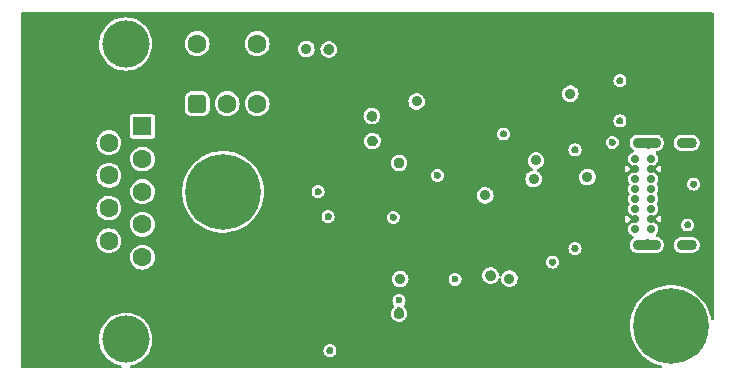
<source format=gbr>
%TF.GenerationSoftware,KiCad,Pcbnew,(6.0.2)*%
%TF.CreationDate,2022-11-21T22:20:46+01:00*%
%TF.ProjectId,CANap_,43414e61-70e9-42e6-9b69-6361645f7063,rev?*%
%TF.SameCoordinates,Original*%
%TF.FileFunction,Copper,L2,Inr*%
%TF.FilePolarity,Positive*%
%FSLAX46Y46*%
G04 Gerber Fmt 4.6, Leading zero omitted, Abs format (unit mm)*
G04 Created by KiCad (PCBNEW (6.0.2)) date 2022-11-21 22:20:46*
%MOMM*%
%LPD*%
G01*
G04 APERTURE LIST*
G04 Aperture macros list*
%AMRoundRect*
0 Rectangle with rounded corners*
0 $1 Rounding radius*
0 $2 $3 $4 $5 $6 $7 $8 $9 X,Y pos of 4 corners*
0 Add a 4 corners polygon primitive as box body*
4,1,4,$2,$3,$4,$5,$6,$7,$8,$9,$2,$3,0*
0 Add four circle primitives for the rounded corners*
1,1,$1+$1,$2,$3*
1,1,$1+$1,$4,$5*
1,1,$1+$1,$6,$7*
1,1,$1+$1,$8,$9*
0 Add four rect primitives between the rounded corners*
20,1,$1+$1,$2,$3,$4,$5,0*
20,1,$1+$1,$4,$5,$6,$7,0*
20,1,$1+$1,$6,$7,$8,$9,0*
20,1,$1+$1,$8,$9,$2,$3,0*%
G04 Aperture macros list end*
%TA.AperFunction,ComponentPad*%
%ADD10C,0.800000*%
%TD*%
%TA.AperFunction,ComponentPad*%
%ADD11C,6.400000*%
%TD*%
%TA.AperFunction,ComponentPad*%
%ADD12C,4.000000*%
%TD*%
%TA.AperFunction,ComponentPad*%
%ADD13R,1.600000X1.600000*%
%TD*%
%TA.AperFunction,ComponentPad*%
%ADD14C,1.600000*%
%TD*%
%TA.AperFunction,ComponentPad*%
%ADD15RoundRect,0.400000X-0.400000X0.400000X-0.400000X-0.400000X0.400000X-0.400000X0.400000X0.400000X0*%
%TD*%
%TA.AperFunction,ComponentPad*%
%ADD16C,0.700000*%
%TD*%
%TA.AperFunction,ComponentPad*%
%ADD17O,2.400000X0.900000*%
%TD*%
%TA.AperFunction,ComponentPad*%
%ADD18O,1.700000X0.900000*%
%TD*%
%TA.AperFunction,ViaPad*%
%ADD19C,0.600000*%
%TD*%
%TA.AperFunction,ViaPad*%
%ADD20C,0.900000*%
%TD*%
G04 APERTURE END LIST*
D10*
%TO.N,N/C*%
%TO.C,REF\u002A\u002A*%
X184600000Y-96750000D03*
X186297056Y-96047056D03*
X187000000Y-94350000D03*
D11*
%TO.N,GND*%
X184600000Y-94350000D03*
D10*
%TO.N,N/C*%
X182902944Y-92652944D03*
X182902944Y-96047056D03*
X186297056Y-92652944D03*
X184600000Y-91950000D03*
X182200000Y-94350000D03*
%TD*%
%TO.N,N/C*%
%TO.C,REF\u002A\u002A*%
X146700000Y-80600000D03*
X148397056Y-84697056D03*
X148397056Y-81302944D03*
X149100000Y-83000000D03*
D11*
%TO.N,GND*%
X146700000Y-83000000D03*
D10*
%TO.N,N/C*%
X146700000Y-85400000D03*
X145002944Y-81302944D03*
X145002944Y-84697056D03*
X144300000Y-83000000D03*
%TD*%
D12*
%TO.N,GND*%
%TO.C,J2*%
X138460331Y-95490000D03*
X138460331Y-70490000D03*
D13*
%TO.N,unconnected-(J2-Pad1)*%
X139880331Y-77450000D03*
D14*
%TO.N,CANL*%
X139880331Y-80220000D03*
%TO.N,GND*%
X139880331Y-82990000D03*
%TO.N,unconnected-(J2-Pad4)*%
X139880331Y-85760000D03*
%TO.N,GND*%
X139880331Y-88530000D03*
X137040331Y-78835000D03*
%TO.N,CANH*%
X137040331Y-81605000D03*
%TO.N,unconnected-(J2-Pad8)*%
X137040331Y-84375000D03*
%TO.N,unconnected-(J2-Pad9)*%
X137040331Y-87145000D03*
%TD*%
%TO.N,*%
%TO.C,SW2*%
X144510000Y-70460000D03*
X149590000Y-70460000D03*
D15*
%TO.N,CANL*%
X144510000Y-75540000D03*
D14*
%TO.N,Net-(R1-Pad2)*%
X147050000Y-75540000D03*
%TO.N,unconnected-(SW2-Pad3)*%
X149590000Y-75540000D03*
%TD*%
D16*
%TO.N,GND*%
%TO.C,J1*%
X181600000Y-80200000D03*
%TO.N,+5V*%
X181600000Y-81050000D03*
%TO.N,Net-(J1-PadA5)*%
X181600000Y-81900000D03*
%TO.N,/USB+*%
X181600000Y-82750000D03*
%TO.N,/USB-*%
X181600000Y-83600000D03*
%TO.N,unconnected-(J1-PadA8)*%
X181600000Y-84450000D03*
%TO.N,+5V*%
X181600000Y-85300000D03*
%TO.N,GND*%
X181600000Y-86150000D03*
X182950000Y-86150000D03*
%TO.N,+5V*%
X182950000Y-85300000D03*
%TO.N,Net-(J1-PadB5)*%
X182950000Y-84450000D03*
%TO.N,/USB+*%
X182950000Y-83600000D03*
%TO.N,/USB-*%
X182950000Y-82750000D03*
%TO.N,unconnected-(J1-PadB8)*%
X182950000Y-81900000D03*
%TO.N,+5V*%
X182950000Y-81050000D03*
%TO.N,GND*%
X182950000Y-80200000D03*
D17*
X182580000Y-78850000D03*
D18*
X185960000Y-87500000D03*
X185960000Y-78850000D03*
D17*
X182580000Y-87500000D03*
%TD*%
D19*
%TO.N,GND*%
X170450000Y-78100000D03*
X155750000Y-96450000D03*
D20*
X159350000Y-78700000D03*
D19*
X179650000Y-78800000D03*
X174600000Y-88950000D03*
X186550000Y-82350000D03*
X176500000Y-87800000D03*
D20*
X169350000Y-90100000D03*
X161600000Y-80550000D03*
X161600000Y-93300000D03*
D19*
X161109114Y-85153237D03*
D20*
X155650000Y-70950000D03*
D19*
X180300000Y-73600000D03*
X164850000Y-81600000D03*
X180300000Y-77000000D03*
X155600000Y-85100000D03*
X176500000Y-79450000D03*
D20*
X159300000Y-76600000D03*
D19*
X186050000Y-85800000D03*
X154750000Y-83000000D03*
D20*
%TO.N,+3V3*%
X176100000Y-74700000D03*
X168900000Y-83300000D03*
X170950000Y-90350000D03*
X153750000Y-70900000D03*
X161700000Y-90400000D03*
X177550000Y-81750000D03*
X163092657Y-75349500D03*
X173200000Y-80350000D03*
X173000000Y-81900000D03*
D19*
%TO.N,Net-(D4-Pad2)*%
X161600000Y-92200000D03*
X166350000Y-90400000D03*
%TD*%
%TA.AperFunction,Conductor*%
%TO.N,+5V*%
G36*
X188192121Y-67820002D02*
G01*
X188238614Y-67873658D01*
X188250000Y-67926000D01*
X188250000Y-93738433D01*
X188229998Y-93806554D01*
X188176342Y-93853047D01*
X188106068Y-93863151D01*
X188041488Y-93833657D01*
X188003104Y-93773931D01*
X187999656Y-93758795D01*
X187989772Y-93698435D01*
X187974957Y-93607967D01*
X187875078Y-93247814D01*
X187871837Y-93239668D01*
X187738146Y-92903719D01*
X187736887Y-92900555D01*
X187653169Y-92742439D01*
X187563595Y-92573263D01*
X187563593Y-92573260D01*
X187562000Y-92570251D01*
X187352463Y-92260767D01*
X187110728Y-91975722D01*
X187101509Y-91966973D01*
X186842089Y-91720794D01*
X186842088Y-91720793D01*
X186839622Y-91718453D01*
X186542317Y-91491967D01*
X186539405Y-91490210D01*
X186539400Y-91490207D01*
X186225206Y-91300673D01*
X186225200Y-91300670D01*
X186222291Y-91298915D01*
X185883287Y-91141554D01*
X185529271Y-91021726D01*
X185494097Y-91013928D01*
X185391391Y-90991159D01*
X185164384Y-90940833D01*
X184976380Y-90920077D01*
X184796276Y-90900193D01*
X184796271Y-90900193D01*
X184792895Y-90899820D01*
X184789496Y-90899814D01*
X184789495Y-90899814D01*
X184612755Y-90899506D01*
X184419150Y-90899168D01*
X184280541Y-90913981D01*
X184050904Y-90938522D01*
X184050898Y-90938523D01*
X184047520Y-90938884D01*
X184044197Y-90939608D01*
X184044194Y-90939609D01*
X183972458Y-90955250D01*
X183682353Y-91018503D01*
X183327921Y-91137094D01*
X182988369Y-91293270D01*
X182985435Y-91295026D01*
X182985433Y-91295027D01*
X182890378Y-91351916D01*
X182667671Y-91485204D01*
X182369577Y-91710651D01*
X182266932Y-91807379D01*
X182136806Y-91930004D01*
X182097575Y-91966973D01*
X182095363Y-91969563D01*
X182095361Y-91969565D01*
X182087879Y-91978325D01*
X181854846Y-92251171D01*
X181852928Y-92253983D01*
X181852924Y-92253988D01*
X181786516Y-92351340D01*
X181644231Y-92559922D01*
X181642624Y-92562932D01*
X181642622Y-92562935D01*
X181501181Y-92827831D01*
X181468192Y-92889614D01*
X181466923Y-92892771D01*
X181466921Y-92892775D01*
X181398490Y-93063002D01*
X181328789Y-93236389D01*
X181327869Y-93239663D01*
X181327867Y-93239668D01*
X181244853Y-93535001D01*
X181227653Y-93596191D01*
X181227091Y-93599548D01*
X181227091Y-93599549D01*
X181167104Y-93958020D01*
X181165967Y-93964812D01*
X181144453Y-94337938D01*
X181163362Y-94711205D01*
X181222473Y-95080247D01*
X181321094Y-95440747D01*
X181458073Y-95788487D01*
X181459656Y-95791502D01*
X181630222Y-96116383D01*
X181630227Y-96116391D01*
X181631806Y-96119399D01*
X181840261Y-96429613D01*
X182080999Y-96715499D01*
X182351205Y-96973714D01*
X182647718Y-97201236D01*
X182735543Y-97254634D01*
X182964154Y-97393632D01*
X182964159Y-97393635D01*
X182967069Y-97395404D01*
X182970157Y-97396850D01*
X182970156Y-97396850D01*
X183302437Y-97552503D01*
X183302447Y-97552507D01*
X183305521Y-97553947D01*
X183308739Y-97555049D01*
X183308742Y-97555050D01*
X183655886Y-97673904D01*
X183655890Y-97673905D01*
X183659117Y-97675010D01*
X183662447Y-97675760D01*
X183662456Y-97675763D01*
X183774813Y-97701083D01*
X183836870Y-97735571D01*
X183870430Y-97798135D01*
X183864837Y-97868911D01*
X183821868Y-97925428D01*
X183755164Y-97949742D01*
X183747113Y-97950000D01*
X138908059Y-97950000D01*
X138839938Y-97929998D01*
X138793445Y-97876342D01*
X138783341Y-97806068D01*
X138812835Y-97741488D01*
X138872561Y-97703104D01*
X138883478Y-97700421D01*
X139040003Y-97669287D01*
X139040009Y-97669285D01*
X139044053Y-97668481D01*
X139047959Y-97667155D01*
X139047963Y-97667154D01*
X139319508Y-97574976D01*
X139319510Y-97574975D01*
X139323408Y-97573652D01*
X139336234Y-97567327D01*
X139584292Y-97444999D01*
X139584297Y-97444996D01*
X139587996Y-97443172D01*
X139662138Y-97393632D01*
X139829857Y-97281566D01*
X139829862Y-97281562D01*
X139833288Y-97279273D01*
X139836382Y-97276559D01*
X139836388Y-97276555D01*
X140052000Y-97087467D01*
X140055089Y-97084758D01*
X140124816Y-97005250D01*
X140246886Y-96866057D01*
X140246890Y-96866051D01*
X140249604Y-96862957D01*
X140413503Y-96617664D01*
X140425317Y-96593709D01*
X140496186Y-96450000D01*
X155194750Y-96450000D01*
X155213670Y-96593709D01*
X155269139Y-96727625D01*
X155357379Y-96842621D01*
X155472375Y-96930861D01*
X155606291Y-96986330D01*
X155750000Y-97005250D01*
X155893709Y-96986330D01*
X156027625Y-96930861D01*
X156142621Y-96842621D01*
X156230861Y-96727625D01*
X156286330Y-96593709D01*
X156305250Y-96450000D01*
X156286330Y-96306291D01*
X156230861Y-96172375D01*
X156142621Y-96057379D01*
X156027625Y-95969139D01*
X155893709Y-95913670D01*
X155750000Y-95894750D01*
X155606291Y-95913670D01*
X155472375Y-95969139D01*
X155357379Y-96057379D01*
X155269139Y-96172375D01*
X155213670Y-96306291D01*
X155194750Y-96450000D01*
X140496186Y-96450000D01*
X140542161Y-96356772D01*
X140542162Y-96356770D01*
X140543983Y-96353077D01*
X140613808Y-96147382D01*
X140637485Y-96077632D01*
X140637486Y-96077628D01*
X140638812Y-96073722D01*
X140658615Y-95974168D01*
X140695561Y-95788423D01*
X140695561Y-95788420D01*
X140696365Y-95784380D01*
X140715660Y-95490000D01*
X140696365Y-95195620D01*
X140695561Y-95191577D01*
X140639618Y-94910328D01*
X140639616Y-94910322D01*
X140638812Y-94906278D01*
X140543983Y-94626923D01*
X140542161Y-94623228D01*
X140415330Y-94366040D01*
X140415327Y-94366035D01*
X140413503Y-94362336D01*
X140249604Y-94117043D01*
X140246890Y-94113949D01*
X140246886Y-94113943D01*
X140057798Y-93898331D01*
X140055089Y-93895242D01*
X139926605Y-93782564D01*
X139836388Y-93703445D01*
X139836382Y-93703441D01*
X139833288Y-93700727D01*
X139829858Y-93698435D01*
X139829857Y-93698434D01*
X139591429Y-93539122D01*
X139587996Y-93536828D01*
X139584297Y-93535004D01*
X139584292Y-93535001D01*
X139327103Y-93408170D01*
X139327101Y-93408169D01*
X139323408Y-93406348D01*
X139053654Y-93314778D01*
X139047963Y-93312846D01*
X139047959Y-93312845D01*
X139044053Y-93311519D01*
X139040009Y-93310715D01*
X139040003Y-93310713D01*
X138948997Y-93292611D01*
X160894394Y-93292611D01*
X160912999Y-93461135D01*
X160920867Y-93482634D01*
X160967967Y-93611340D01*
X160971266Y-93620356D01*
X160975502Y-93626659D01*
X160975502Y-93626660D01*
X160988574Y-93646113D01*
X161065830Y-93761083D01*
X161071442Y-93766190D01*
X161071445Y-93766193D01*
X161185612Y-93870077D01*
X161185616Y-93870080D01*
X161191233Y-93875191D01*
X161197906Y-93878814D01*
X161197910Y-93878817D01*
X161333558Y-93952467D01*
X161333560Y-93952468D01*
X161340235Y-93956092D01*
X161347584Y-93958020D01*
X161496883Y-93997188D01*
X161496885Y-93997188D01*
X161504233Y-93999116D01*
X161590609Y-94000473D01*
X161666161Y-94001660D01*
X161666164Y-94001660D01*
X161673760Y-94001779D01*
X161681165Y-94000083D01*
X161681166Y-94000083D01*
X161741586Y-93986245D01*
X161839029Y-93963928D01*
X161990498Y-93887747D01*
X162119423Y-93777634D01*
X162218361Y-93639947D01*
X162226237Y-93620356D01*
X162278766Y-93489687D01*
X162278767Y-93489685D01*
X162281601Y-93482634D01*
X162305490Y-93314778D01*
X162305645Y-93300000D01*
X162303840Y-93285080D01*
X162286188Y-93139220D01*
X162285276Y-93131680D01*
X162225345Y-92973077D01*
X162129312Y-92833349D01*
X162025835Y-92741154D01*
X161988279Y-92680904D01*
X161989259Y-92609914D01*
X162009692Y-92570374D01*
X162023927Y-92551823D01*
X162080861Y-92477625D01*
X162136330Y-92343709D01*
X162155250Y-92200000D01*
X162136330Y-92056291D01*
X162080861Y-91922375D01*
X161992621Y-91807379D01*
X161877625Y-91719139D01*
X161743709Y-91663670D01*
X161600000Y-91644750D01*
X161456291Y-91663670D01*
X161322375Y-91719139D01*
X161207379Y-91807379D01*
X161119139Y-91922375D01*
X161063670Y-92056291D01*
X161044750Y-92200000D01*
X161063670Y-92343709D01*
X161119139Y-92477625D01*
X161169047Y-92542666D01*
X161190624Y-92570786D01*
X161216225Y-92637006D01*
X161201960Y-92706555D01*
X161173491Y-92742439D01*
X161075604Y-92827831D01*
X161071237Y-92834045D01*
X161026613Y-92897539D01*
X160978113Y-92966547D01*
X160916524Y-93124513D01*
X160915532Y-93132046D01*
X160915532Y-93132047D01*
X160899376Y-93254770D01*
X160894394Y-93292611D01*
X138948997Y-93292611D01*
X138758754Y-93254770D01*
X138758751Y-93254770D01*
X138754711Y-93253966D01*
X138750600Y-93253697D01*
X138750596Y-93253696D01*
X138464450Y-93234941D01*
X138460331Y-93234671D01*
X138456212Y-93234941D01*
X138170066Y-93253696D01*
X138170062Y-93253697D01*
X138165951Y-93253966D01*
X138161911Y-93254770D01*
X138161908Y-93254770D01*
X137880659Y-93310713D01*
X137880653Y-93310715D01*
X137876609Y-93311519D01*
X137872703Y-93312845D01*
X137872699Y-93312846D01*
X137867008Y-93314778D01*
X137597254Y-93406348D01*
X137593561Y-93408169D01*
X137593559Y-93408170D01*
X137336371Y-93535001D01*
X137336366Y-93535004D01*
X137332667Y-93536828D01*
X137087374Y-93700727D01*
X137084280Y-93703441D01*
X137084274Y-93703445D01*
X136994057Y-93782564D01*
X136865573Y-93895242D01*
X136862864Y-93898331D01*
X136673776Y-94113943D01*
X136673772Y-94113949D01*
X136671058Y-94117043D01*
X136507159Y-94362336D01*
X136505335Y-94366035D01*
X136505332Y-94366040D01*
X136378501Y-94623228D01*
X136376679Y-94626923D01*
X136281850Y-94906278D01*
X136281046Y-94910322D01*
X136281044Y-94910328D01*
X136225101Y-95191577D01*
X136224297Y-95195620D01*
X136205002Y-95490000D01*
X136224297Y-95784380D01*
X136225101Y-95788420D01*
X136225101Y-95788423D01*
X136262048Y-95974168D01*
X136281850Y-96073722D01*
X136283176Y-96077628D01*
X136283177Y-96077632D01*
X136306854Y-96147382D01*
X136376679Y-96353077D01*
X136378500Y-96356770D01*
X136378501Y-96356772D01*
X136495346Y-96593709D01*
X136507159Y-96617664D01*
X136671058Y-96862957D01*
X136673772Y-96866051D01*
X136673776Y-96866057D01*
X136795846Y-97005250D01*
X136865573Y-97084758D01*
X136868662Y-97087467D01*
X137084274Y-97276555D01*
X137084280Y-97276559D01*
X137087374Y-97279273D01*
X137090800Y-97281562D01*
X137090805Y-97281566D01*
X137258524Y-97393632D01*
X137332666Y-97443172D01*
X137336365Y-97444996D01*
X137336370Y-97444999D01*
X137584428Y-97567327D01*
X137597254Y-97573652D01*
X137601152Y-97574975D01*
X137601154Y-97574976D01*
X137872699Y-97667154D01*
X137872703Y-97667155D01*
X137876609Y-97668481D01*
X137880653Y-97669285D01*
X137880659Y-97669287D01*
X138037184Y-97700421D01*
X138100094Y-97733328D01*
X138135226Y-97795023D01*
X138131426Y-97865918D01*
X138089901Y-97923504D01*
X138023834Y-97949498D01*
X138012603Y-97950000D01*
X129726000Y-97950000D01*
X129657879Y-97929998D01*
X129611386Y-97876342D01*
X129600000Y-97824000D01*
X129600000Y-90392611D01*
X160994394Y-90392611D01*
X161012999Y-90561135D01*
X161019037Y-90577634D01*
X161058027Y-90684178D01*
X161071266Y-90720356D01*
X161075502Y-90726659D01*
X161075502Y-90726660D01*
X161088574Y-90746113D01*
X161165830Y-90861083D01*
X161171442Y-90866190D01*
X161171445Y-90866193D01*
X161285612Y-90970077D01*
X161285616Y-90970080D01*
X161291233Y-90975191D01*
X161297906Y-90978814D01*
X161297910Y-90978817D01*
X161433558Y-91052467D01*
X161433560Y-91052468D01*
X161440235Y-91056092D01*
X161447584Y-91058020D01*
X161596883Y-91097188D01*
X161596885Y-91097188D01*
X161604233Y-91099116D01*
X161690609Y-91100473D01*
X161766161Y-91101660D01*
X161766164Y-91101660D01*
X161773760Y-91101779D01*
X161781165Y-91100083D01*
X161781166Y-91100083D01*
X161841586Y-91086245D01*
X161939029Y-91063928D01*
X162090498Y-90987747D01*
X162193454Y-90899814D01*
X162213651Y-90882564D01*
X162213652Y-90882563D01*
X162219423Y-90877634D01*
X162318361Y-90739947D01*
X162326237Y-90720356D01*
X162378766Y-90589687D01*
X162378767Y-90589685D01*
X162381601Y-90582634D01*
X162392851Y-90503586D01*
X162404909Y-90418862D01*
X162404909Y-90418859D01*
X162405490Y-90414778D01*
X162405645Y-90400000D01*
X165794750Y-90400000D01*
X165813670Y-90543709D01*
X165869139Y-90677625D01*
X165957379Y-90792621D01*
X166072375Y-90880861D01*
X166206291Y-90936330D01*
X166350000Y-90955250D01*
X166493709Y-90936330D01*
X166627625Y-90880861D01*
X166742621Y-90792621D01*
X166830861Y-90677625D01*
X166886330Y-90543709D01*
X166905250Y-90400000D01*
X166886330Y-90256291D01*
X166830861Y-90122375D01*
X166808022Y-90092611D01*
X168644394Y-90092611D01*
X168662999Y-90261135D01*
X168690072Y-90335116D01*
X168713876Y-90400161D01*
X168721266Y-90420356D01*
X168725502Y-90426659D01*
X168725502Y-90426660D01*
X168738574Y-90446113D01*
X168815830Y-90561083D01*
X168821442Y-90566190D01*
X168821445Y-90566193D01*
X168935612Y-90670077D01*
X168935616Y-90670080D01*
X168941233Y-90675191D01*
X168947906Y-90678814D01*
X168947910Y-90678817D01*
X169083558Y-90752467D01*
X169083560Y-90752468D01*
X169090235Y-90756092D01*
X169097584Y-90758020D01*
X169246883Y-90797188D01*
X169246885Y-90797188D01*
X169254233Y-90799116D01*
X169340609Y-90800473D01*
X169416161Y-90801660D01*
X169416164Y-90801660D01*
X169423760Y-90801779D01*
X169431165Y-90800083D01*
X169431166Y-90800083D01*
X169492346Y-90786071D01*
X169589029Y-90763928D01*
X169740498Y-90687747D01*
X169869423Y-90577634D01*
X169968361Y-90439947D01*
X169971194Y-90432900D01*
X170006251Y-90345695D01*
X170050218Y-90289951D01*
X170117343Y-90266826D01*
X170186315Y-90283663D01*
X170235234Y-90335116D01*
X170248396Y-90378864D01*
X170262999Y-90511135D01*
X170321266Y-90670356D01*
X170325502Y-90676659D01*
X170325502Y-90676660D01*
X170335245Y-90691159D01*
X170415830Y-90811083D01*
X170421442Y-90816190D01*
X170421445Y-90816193D01*
X170535612Y-90920077D01*
X170535616Y-90920080D01*
X170541233Y-90925191D01*
X170547906Y-90928814D01*
X170547910Y-90928817D01*
X170683558Y-91002467D01*
X170683560Y-91002468D01*
X170690235Y-91006092D01*
X170697584Y-91008020D01*
X170846883Y-91047188D01*
X170846885Y-91047188D01*
X170854233Y-91049116D01*
X170940609Y-91050473D01*
X171016161Y-91051660D01*
X171016164Y-91051660D01*
X171023760Y-91051779D01*
X171031165Y-91050083D01*
X171031166Y-91050083D01*
X171150199Y-91022821D01*
X171189029Y-91013928D01*
X171340498Y-90937747D01*
X171419713Y-90870090D01*
X171463651Y-90832564D01*
X171463652Y-90832563D01*
X171469423Y-90827634D01*
X171568361Y-90689947D01*
X171572835Y-90678817D01*
X171628766Y-90539687D01*
X171628767Y-90539685D01*
X171631601Y-90532634D01*
X171649889Y-90404135D01*
X171654909Y-90368862D01*
X171654909Y-90368859D01*
X171655490Y-90364778D01*
X171655645Y-90350000D01*
X171635276Y-90181680D01*
X171575345Y-90023077D01*
X171517978Y-89939608D01*
X171483614Y-89889608D01*
X171483613Y-89889607D01*
X171479312Y-89883349D01*
X171414510Y-89825612D01*
X171358392Y-89775612D01*
X171358388Y-89775610D01*
X171352721Y-89770560D01*
X171345656Y-89766819D01*
X171217701Y-89699071D01*
X171202881Y-89691224D01*
X171038441Y-89649919D01*
X171030843Y-89649879D01*
X171030841Y-89649879D01*
X170953668Y-89649475D01*
X170868895Y-89649031D01*
X170861508Y-89650805D01*
X170861504Y-89650805D01*
X170718162Y-89685220D01*
X170704032Y-89688612D01*
X170697288Y-89692093D01*
X170697285Y-89692094D01*
X170595216Y-89744776D01*
X170553369Y-89766375D01*
X170547647Y-89771367D01*
X170547645Y-89771368D01*
X170542780Y-89775612D01*
X170425604Y-89877831D01*
X170390137Y-89928295D01*
X170338089Y-90002353D01*
X170328113Y-90016547D01*
X170325354Y-90023623D01*
X170325352Y-90023627D01*
X170294692Y-90102266D01*
X170251311Y-90158468D01*
X170184432Y-90182294D01*
X170115288Y-90166180D01*
X170065832Y-90115242D01*
X170052212Y-90071633D01*
X170035276Y-89931680D01*
X169975345Y-89773077D01*
X169917818Y-89689375D01*
X169883614Y-89639608D01*
X169883613Y-89639607D01*
X169879312Y-89633349D01*
X169867514Y-89622837D01*
X169758392Y-89525612D01*
X169758388Y-89525610D01*
X169752721Y-89520560D01*
X169740606Y-89514145D01*
X169685080Y-89484746D01*
X169602881Y-89441224D01*
X169438441Y-89399919D01*
X169430843Y-89399879D01*
X169430841Y-89399879D01*
X169353668Y-89399475D01*
X169268895Y-89399031D01*
X169261508Y-89400805D01*
X169261504Y-89400805D01*
X169123154Y-89434021D01*
X169104032Y-89438612D01*
X169097288Y-89442093D01*
X169097285Y-89442094D01*
X168996158Y-89494290D01*
X168953369Y-89516375D01*
X168947647Y-89521367D01*
X168947645Y-89521368D01*
X168902261Y-89560959D01*
X168825604Y-89627831D01*
X168784475Y-89686351D01*
X168747210Y-89739375D01*
X168728113Y-89766547D01*
X168666524Y-89924513D01*
X168665532Y-89932046D01*
X168665532Y-89932047D01*
X168646031Y-90080180D01*
X168644394Y-90092611D01*
X166808022Y-90092611D01*
X166742621Y-90007379D01*
X166627625Y-89919139D01*
X166493709Y-89863670D01*
X166350000Y-89844750D01*
X166206291Y-89863670D01*
X166072375Y-89919139D01*
X165957379Y-90007379D01*
X165869139Y-90122375D01*
X165813670Y-90256291D01*
X165794750Y-90400000D01*
X162405645Y-90400000D01*
X162403840Y-90385080D01*
X162397793Y-90335116D01*
X162385276Y-90231680D01*
X162325345Y-90073077D01*
X162286493Y-90016547D01*
X162233614Y-89939608D01*
X162233613Y-89939607D01*
X162229312Y-89933349D01*
X162217514Y-89922837D01*
X162108392Y-89825612D01*
X162108388Y-89825610D01*
X162102721Y-89820560D01*
X161952881Y-89741224D01*
X161788441Y-89699919D01*
X161780843Y-89699879D01*
X161780841Y-89699879D01*
X161703668Y-89699475D01*
X161618895Y-89699031D01*
X161611508Y-89700805D01*
X161611504Y-89700805D01*
X161468162Y-89735220D01*
X161454032Y-89738612D01*
X161447288Y-89742093D01*
X161447285Y-89742094D01*
X161310117Y-89812892D01*
X161303369Y-89816375D01*
X161175604Y-89927831D01*
X161171237Y-89934045D01*
X161108278Y-90023627D01*
X161078113Y-90066547D01*
X161016524Y-90224513D01*
X161015532Y-90232046D01*
X161015532Y-90232047D01*
X160996204Y-90378866D01*
X160994394Y-90392611D01*
X129600000Y-90392611D01*
X129600000Y-88515262D01*
X138824851Y-88515262D01*
X138842090Y-88720553D01*
X138898875Y-88918586D01*
X138901690Y-88924063D01*
X138901691Y-88924066D01*
X138990228Y-89096341D01*
X138993043Y-89101818D01*
X139121008Y-89263270D01*
X139277895Y-89396791D01*
X139283273Y-89399797D01*
X139283275Y-89399798D01*
X139338856Y-89430861D01*
X139457729Y-89497297D01*
X139516445Y-89516375D01*
X139647802Y-89559056D01*
X139647806Y-89559057D01*
X139653660Y-89560959D01*
X139858225Y-89585351D01*
X139864360Y-89584879D01*
X139864362Y-89584879D01*
X139920370Y-89580569D01*
X140063631Y-89569546D01*
X140069561Y-89567890D01*
X140069563Y-89567890D01*
X140193435Y-89533304D01*
X140262056Y-89514145D01*
X140267545Y-89511372D01*
X140267551Y-89511370D01*
X140415096Y-89436839D01*
X140445941Y-89421258D01*
X140474391Y-89399031D01*
X140603432Y-89298213D01*
X140608282Y-89294424D01*
X140742895Y-89138472D01*
X140763718Y-89101818D01*
X140841607Y-88964707D01*
X140844654Y-88959344D01*
X140847762Y-88950000D01*
X174044750Y-88950000D01*
X174063670Y-89093709D01*
X174119139Y-89227625D01*
X174207379Y-89342621D01*
X174322375Y-89430861D01*
X174456291Y-89486330D01*
X174600000Y-89505250D01*
X174743709Y-89486330D01*
X174877625Y-89430861D01*
X174992621Y-89342621D01*
X175080861Y-89227625D01*
X175136330Y-89093709D01*
X175155250Y-88950000D01*
X175136330Y-88806291D01*
X175080861Y-88672375D01*
X174992621Y-88557379D01*
X174877625Y-88469139D01*
X174743709Y-88413670D01*
X174600000Y-88394750D01*
X174456291Y-88413670D01*
X174322375Y-88469139D01*
X174207379Y-88557379D01*
X174119139Y-88672375D01*
X174063670Y-88806291D01*
X174044750Y-88950000D01*
X140847762Y-88950000D01*
X140909682Y-88763863D01*
X140935502Y-88559474D01*
X140935914Y-88530000D01*
X140915811Y-88324970D01*
X140856266Y-88127749D01*
X140759549Y-87945849D01*
X140647275Y-87808188D01*
X140640597Y-87800000D01*
X175944750Y-87800000D01*
X175963670Y-87943709D01*
X176019139Y-88077625D01*
X176107379Y-88192621D01*
X176222375Y-88280861D01*
X176356291Y-88336330D01*
X176500000Y-88355250D01*
X176643709Y-88336330D01*
X176777625Y-88280861D01*
X176892621Y-88192621D01*
X176980861Y-88077625D01*
X177036330Y-87943709D01*
X177055250Y-87800000D01*
X177036330Y-87656291D01*
X176980861Y-87522375D01*
X176892621Y-87407379D01*
X176777625Y-87319139D01*
X176643709Y-87263670D01*
X176500000Y-87244750D01*
X176356291Y-87263670D01*
X176222375Y-87319139D01*
X176107379Y-87407379D01*
X176019139Y-87522375D01*
X175963670Y-87656291D01*
X175944750Y-87800000D01*
X140640597Y-87800000D01*
X140633237Y-87790975D01*
X140633234Y-87790972D01*
X140629342Y-87786200D01*
X140589781Y-87753472D01*
X140475356Y-87658811D01*
X140475352Y-87658809D01*
X140470606Y-87654882D01*
X140289386Y-87556897D01*
X140092585Y-87495977D01*
X140086460Y-87495333D01*
X140086459Y-87495333D01*
X139893829Y-87475087D01*
X139893827Y-87475087D01*
X139887700Y-87474443D01*
X139800860Y-87482346D01*
X139688673Y-87492555D01*
X139688670Y-87492556D01*
X139682534Y-87493114D01*
X139484903Y-87551280D01*
X139302333Y-87646726D01*
X139297532Y-87650586D01*
X139297529Y-87650588D01*
X139209151Y-87721646D01*
X139141778Y-87775815D01*
X139009355Y-87933630D01*
X139006387Y-87939028D01*
X139006384Y-87939033D01*
X138952935Y-88036258D01*
X138910107Y-88114162D01*
X138847815Y-88310532D01*
X138847129Y-88316649D01*
X138847128Y-88316653D01*
X138836367Y-88412592D01*
X138824851Y-88515262D01*
X129600000Y-88515262D01*
X129600000Y-87130262D01*
X135984851Y-87130262D01*
X135985367Y-87136406D01*
X136000712Y-87319139D01*
X136002090Y-87335553D01*
X136003789Y-87341478D01*
X136047769Y-87494853D01*
X136058875Y-87533586D01*
X136061690Y-87539063D01*
X136061691Y-87539066D01*
X136126145Y-87664480D01*
X136153043Y-87716818D01*
X136281008Y-87878270D01*
X136437895Y-88011791D01*
X136443273Y-88014797D01*
X136443275Y-88014798D01*
X136481673Y-88036258D01*
X136617729Y-88112297D01*
X136683444Y-88133649D01*
X136807802Y-88174056D01*
X136807806Y-88174057D01*
X136813660Y-88175959D01*
X137018225Y-88200351D01*
X137024360Y-88199879D01*
X137024362Y-88199879D01*
X137080370Y-88195569D01*
X137223631Y-88184546D01*
X137229561Y-88182890D01*
X137229563Y-88182890D01*
X137416128Y-88130800D01*
X137416127Y-88130800D01*
X137422056Y-88129145D01*
X137427545Y-88126372D01*
X137427551Y-88126370D01*
X137600447Y-88039033D01*
X137605941Y-88036258D01*
X137628452Y-88018671D01*
X137734880Y-87935520D01*
X137768282Y-87909424D01*
X137785150Y-87889883D01*
X137898871Y-87758134D01*
X137898871Y-87758133D01*
X137902895Y-87753472D01*
X137923718Y-87716818D01*
X137941387Y-87685714D01*
X138004654Y-87574344D01*
X138069682Y-87378863D01*
X138095502Y-87174474D01*
X138095914Y-87145000D01*
X138075811Y-86939970D01*
X138016266Y-86742749D01*
X137919549Y-86560849D01*
X137846190Y-86470902D01*
X137793237Y-86405975D01*
X137793234Y-86405972D01*
X137789342Y-86401200D01*
X137755416Y-86373134D01*
X137635356Y-86273811D01*
X137635352Y-86273809D01*
X137630606Y-86269882D01*
X137449386Y-86171897D01*
X137252585Y-86110977D01*
X137246460Y-86110333D01*
X137246459Y-86110333D01*
X137053829Y-86090087D01*
X137053827Y-86090087D01*
X137047700Y-86089443D01*
X136960860Y-86097346D01*
X136848673Y-86107555D01*
X136848670Y-86107556D01*
X136842534Y-86108114D01*
X136644903Y-86166280D01*
X136462333Y-86261726D01*
X136457532Y-86265586D01*
X136457529Y-86265588D01*
X136369544Y-86336330D01*
X136301778Y-86390815D01*
X136169355Y-86548630D01*
X136166387Y-86554028D01*
X136166384Y-86554033D01*
X136078331Y-86714203D01*
X136070107Y-86729162D01*
X136007815Y-86925532D01*
X136007129Y-86931649D01*
X136007128Y-86931653D01*
X135987798Y-87103989D01*
X135984851Y-87130262D01*
X129600000Y-87130262D01*
X129600000Y-85745262D01*
X138824851Y-85745262D01*
X138825367Y-85751406D01*
X138840828Y-85935520D01*
X138842090Y-85950553D01*
X138843789Y-85956478D01*
X138896933Y-86141812D01*
X138898875Y-86148586D01*
X138901690Y-86154063D01*
X138901691Y-86154066D01*
X138988976Y-86323904D01*
X138993043Y-86331818D01*
X139121008Y-86493270D01*
X139125701Y-86497264D01*
X139125702Y-86497265D01*
X139235827Y-86590988D01*
X139277895Y-86626791D01*
X139457729Y-86727297D01*
X139523444Y-86748649D01*
X139647802Y-86789056D01*
X139647806Y-86789057D01*
X139653660Y-86790959D01*
X139858225Y-86815351D01*
X139864360Y-86814879D01*
X139864362Y-86814879D01*
X139920370Y-86810569D01*
X140063631Y-86799546D01*
X140069561Y-86797890D01*
X140069563Y-86797890D01*
X140256128Y-86745800D01*
X140256127Y-86745800D01*
X140262056Y-86744145D01*
X140267545Y-86741372D01*
X140267551Y-86741370D01*
X140409810Y-86669509D01*
X140445941Y-86651258D01*
X140451754Y-86646717D01*
X140532917Y-86583305D01*
X140608282Y-86524424D01*
X140742895Y-86368472D01*
X140763718Y-86331818D01*
X140805158Y-86258869D01*
X140844654Y-86189344D01*
X140909682Y-85993863D01*
X140935502Y-85789474D01*
X140935914Y-85760000D01*
X140915811Y-85554970D01*
X140856266Y-85357749D01*
X140759549Y-85175849D01*
X140657256Y-85050426D01*
X140633237Y-85020975D01*
X140633234Y-85020972D01*
X140629342Y-85016200D01*
X140578979Y-84974536D01*
X140475356Y-84888811D01*
X140475352Y-84888809D01*
X140470606Y-84884882D01*
X140289386Y-84786897D01*
X140092585Y-84725977D01*
X140086460Y-84725333D01*
X140086459Y-84725333D01*
X139893829Y-84705087D01*
X139893827Y-84705087D01*
X139887700Y-84704443D01*
X139800860Y-84712346D01*
X139688673Y-84722555D01*
X139688670Y-84722556D01*
X139682534Y-84723114D01*
X139484903Y-84781280D01*
X139302333Y-84876726D01*
X139297532Y-84880586D01*
X139297529Y-84880588D01*
X139180681Y-84974536D01*
X139141778Y-85005815D01*
X139009355Y-85163630D01*
X139006387Y-85169028D01*
X139006384Y-85169033D01*
X138927342Y-85312812D01*
X138910107Y-85344162D01*
X138847815Y-85540532D01*
X138847129Y-85546649D01*
X138847128Y-85546653D01*
X138831146Y-85689141D01*
X138824851Y-85745262D01*
X129600000Y-85745262D01*
X129600000Y-84360262D01*
X135984851Y-84360262D01*
X135985367Y-84366406D01*
X136000434Y-84545828D01*
X136002090Y-84565553D01*
X136003789Y-84571478D01*
X136047769Y-84724853D01*
X136058875Y-84763586D01*
X136061690Y-84769063D01*
X136061691Y-84769066D01*
X136136855Y-84915320D01*
X136153043Y-84946818D01*
X136281008Y-85108270D01*
X136285701Y-85112264D01*
X136285702Y-85112265D01*
X136430527Y-85235520D01*
X136437895Y-85241791D01*
X136443273Y-85244797D01*
X136443275Y-85244798D01*
X136474894Y-85262469D01*
X136617729Y-85342297D01*
X136696382Y-85367853D01*
X136807802Y-85404056D01*
X136807806Y-85404057D01*
X136813660Y-85405959D01*
X137018225Y-85430351D01*
X137024360Y-85429879D01*
X137024362Y-85429879D01*
X137080370Y-85425569D01*
X137223631Y-85414546D01*
X137229561Y-85412890D01*
X137229563Y-85412890D01*
X137405924Y-85363649D01*
X137422056Y-85359145D01*
X137427545Y-85356372D01*
X137427551Y-85356370D01*
X137564507Y-85287188D01*
X137605941Y-85266258D01*
X137632091Y-85245828D01*
X137730384Y-85169033D01*
X137768282Y-85139424D01*
X137778840Y-85127193D01*
X137898871Y-84988134D01*
X137898871Y-84988133D01*
X137902895Y-84983472D01*
X137907972Y-84974536D01*
X137994411Y-84822375D01*
X138004654Y-84804344D01*
X138069682Y-84608863D01*
X138095502Y-84404474D01*
X138095914Y-84375000D01*
X138075811Y-84169970D01*
X138016266Y-83972749D01*
X137919549Y-83790849D01*
X137796476Y-83639947D01*
X137793237Y-83635975D01*
X137793234Y-83635972D01*
X137789342Y-83631200D01*
X137772117Y-83616950D01*
X137635356Y-83503811D01*
X137635352Y-83503809D01*
X137630606Y-83499882D01*
X137449386Y-83401897D01*
X137252585Y-83340977D01*
X137246460Y-83340333D01*
X137246459Y-83340333D01*
X137053829Y-83320087D01*
X137053827Y-83320087D01*
X137047700Y-83319443D01*
X136960860Y-83327346D01*
X136848673Y-83337555D01*
X136848670Y-83337556D01*
X136842534Y-83338114D01*
X136644903Y-83396280D01*
X136462333Y-83491726D01*
X136457532Y-83495586D01*
X136457529Y-83495588D01*
X136336231Y-83593114D01*
X136301778Y-83620815D01*
X136169355Y-83778630D01*
X136166387Y-83784028D01*
X136166384Y-83784033D01*
X136097467Y-83909394D01*
X136070107Y-83959162D01*
X136007815Y-84155532D01*
X136007129Y-84161649D01*
X136007128Y-84161653D01*
X135985538Y-84354137D01*
X135984851Y-84360262D01*
X129600000Y-84360262D01*
X129600000Y-82975262D01*
X138824851Y-82975262D01*
X138826089Y-82990000D01*
X138837390Y-83124577D01*
X138842090Y-83180553D01*
X138843789Y-83186478D01*
X138892918Y-83357810D01*
X138898875Y-83378586D01*
X138901690Y-83384063D01*
X138901691Y-83384066D01*
X138990228Y-83556341D01*
X138993043Y-83561818D01*
X139121008Y-83723270D01*
X139125701Y-83727264D01*
X139125702Y-83727265D01*
X139184886Y-83777634D01*
X139277895Y-83856791D01*
X139457729Y-83957297D01*
X139523444Y-83978649D01*
X139647802Y-84019056D01*
X139647806Y-84019057D01*
X139653660Y-84020959D01*
X139858225Y-84045351D01*
X139864360Y-84044879D01*
X139864362Y-84044879D01*
X139920370Y-84040569D01*
X140063631Y-84029546D01*
X140069561Y-84027890D01*
X140069563Y-84027890D01*
X140256128Y-83975800D01*
X140256127Y-83975800D01*
X140262056Y-83974145D01*
X140267545Y-83971372D01*
X140267551Y-83971370D01*
X140440447Y-83884033D01*
X140445941Y-83881258D01*
X140453707Y-83875191D01*
X140572264Y-83782564D01*
X140608282Y-83754424D01*
X140618210Y-83742923D01*
X140738871Y-83603134D01*
X140738871Y-83603133D01*
X140742895Y-83598472D01*
X140746679Y-83591812D01*
X140803535Y-83491726D01*
X140844654Y-83419344D01*
X140909682Y-83223863D01*
X140935502Y-83019474D01*
X140935774Y-83000000D01*
X140935865Y-82993522D01*
X140935865Y-82993518D01*
X140935914Y-82990000D01*
X140935712Y-82987938D01*
X143244453Y-82987938D01*
X143244625Y-82991333D01*
X143244625Y-82991334D01*
X143256701Y-83229715D01*
X143263362Y-83361205D01*
X143263899Y-83364560D01*
X143263900Y-83364566D01*
X143291585Y-83537408D01*
X143322473Y-83730247D01*
X143421094Y-84090747D01*
X143558073Y-84438487D01*
X143568416Y-84458188D01*
X143730222Y-84766383D01*
X143730227Y-84766391D01*
X143731806Y-84769399D01*
X143940261Y-85079613D01*
X144180999Y-85365499D01*
X144451205Y-85623714D01*
X144747718Y-85851236D01*
X144835543Y-85904634D01*
X145064154Y-86043632D01*
X145064159Y-86043635D01*
X145067069Y-86045404D01*
X145070157Y-86046850D01*
X145070156Y-86046850D01*
X145402437Y-86202503D01*
X145402447Y-86202507D01*
X145405521Y-86203947D01*
X145408739Y-86205049D01*
X145408742Y-86205050D01*
X145755886Y-86323904D01*
X145755890Y-86323905D01*
X145759117Y-86325010D01*
X145762447Y-86325760D01*
X145762456Y-86325763D01*
X146020298Y-86383869D01*
X146123719Y-86407176D01*
X146127105Y-86407562D01*
X146127112Y-86407563D01*
X146491680Y-86449101D01*
X146491688Y-86449101D01*
X146495063Y-86449486D01*
X146498467Y-86449504D01*
X146498470Y-86449504D01*
X146701889Y-86450569D01*
X146868804Y-86451443D01*
X146872190Y-86451093D01*
X146872192Y-86451093D01*
X147237178Y-86413375D01*
X147237186Y-86413374D01*
X147240570Y-86413024D01*
X147243903Y-86412309D01*
X147243906Y-86412309D01*
X147510062Y-86355250D01*
X147606013Y-86334680D01*
X147960857Y-86217327D01*
X148108592Y-86150000D01*
X180994318Y-86150000D01*
X181014956Y-86306762D01*
X181075464Y-86452841D01*
X181171718Y-86578282D01*
X181178264Y-86583305D01*
X181188277Y-86590988D01*
X181297159Y-86674536D01*
X181367058Y-86703489D01*
X181392923Y-86714203D01*
X181448204Y-86758752D01*
X181470625Y-86826115D01*
X181453067Y-86894906D01*
X181416073Y-86934451D01*
X181399120Y-86946103D01*
X181363349Y-86970688D01*
X181358297Y-86976358D01*
X181358296Y-86976359D01*
X181255612Y-87091608D01*
X181255610Y-87091612D01*
X181250560Y-87097279D01*
X181247008Y-87103988D01*
X181247007Y-87103989D01*
X181236339Y-87124137D01*
X181171224Y-87247119D01*
X181129919Y-87411559D01*
X181129031Y-87581105D01*
X181130805Y-87588492D01*
X181130805Y-87588496D01*
X181162773Y-87721646D01*
X181168612Y-87745968D01*
X181246375Y-87896631D01*
X181251367Y-87902353D01*
X181251368Y-87902355D01*
X181289310Y-87945849D01*
X181357831Y-88024396D01*
X181416351Y-88065525D01*
X181490330Y-88117518D01*
X181490332Y-88117519D01*
X181496547Y-88121887D01*
X181654513Y-88183476D01*
X181662046Y-88184468D01*
X181662047Y-88184468D01*
X181779109Y-88199879D01*
X181783826Y-88200500D01*
X183372516Y-88200500D01*
X183498320Y-88185276D01*
X183656923Y-88125345D01*
X183796651Y-88029312D01*
X183812262Y-88011791D01*
X183904388Y-87908392D01*
X183904390Y-87908388D01*
X183909440Y-87902721D01*
X183916238Y-87889883D01*
X183945254Y-87835080D01*
X183988776Y-87752881D01*
X184030081Y-87588441D01*
X184030120Y-87581105D01*
X184859031Y-87581105D01*
X184860805Y-87588492D01*
X184860805Y-87588496D01*
X184892773Y-87721646D01*
X184898612Y-87745968D01*
X184976375Y-87896631D01*
X184981367Y-87902353D01*
X184981368Y-87902355D01*
X185019310Y-87945849D01*
X185087831Y-88024396D01*
X185146351Y-88065525D01*
X185220330Y-88117518D01*
X185220332Y-88117519D01*
X185226547Y-88121887D01*
X185384513Y-88183476D01*
X185392046Y-88184468D01*
X185392047Y-88184468D01*
X185509109Y-88199879D01*
X185513826Y-88200500D01*
X186402516Y-88200500D01*
X186528320Y-88185276D01*
X186686923Y-88125345D01*
X186826651Y-88029312D01*
X186842262Y-88011791D01*
X186934388Y-87908392D01*
X186934390Y-87908388D01*
X186939440Y-87902721D01*
X186946238Y-87889883D01*
X186975254Y-87835080D01*
X187018776Y-87752881D01*
X187060081Y-87588441D01*
X187060186Y-87568491D01*
X187060929Y-87426495D01*
X187060969Y-87418895D01*
X187058205Y-87407379D01*
X187023161Y-87261417D01*
X187021388Y-87254032D01*
X187016598Y-87244750D01*
X186947108Y-87110117D01*
X186947108Y-87110116D01*
X186943625Y-87103369D01*
X186938313Y-87097279D01*
X186837163Y-86981329D01*
X186832169Y-86975604D01*
X186717347Y-86894906D01*
X186699670Y-86882482D01*
X186699668Y-86882481D01*
X186693453Y-86878113D01*
X186535487Y-86816524D01*
X186527954Y-86815532D01*
X186527953Y-86815532D01*
X186410261Y-86800038D01*
X186410260Y-86800038D01*
X186406174Y-86799500D01*
X185517484Y-86799500D01*
X185391680Y-86814724D01*
X185233077Y-86874655D01*
X185226819Y-86878956D01*
X185099610Y-86966385D01*
X185093349Y-86970688D01*
X185088297Y-86976358D01*
X185088296Y-86976359D01*
X184985612Y-87091608D01*
X184985610Y-87091612D01*
X184980560Y-87097279D01*
X184977008Y-87103988D01*
X184977007Y-87103989D01*
X184966339Y-87124137D01*
X184901224Y-87247119D01*
X184859919Y-87411559D01*
X184859031Y-87581105D01*
X184030120Y-87581105D01*
X184030186Y-87568491D01*
X184030929Y-87426495D01*
X184030969Y-87418895D01*
X184028205Y-87407379D01*
X183993161Y-87261417D01*
X183991388Y-87254032D01*
X183986598Y-87244750D01*
X183917108Y-87110117D01*
X183917108Y-87110116D01*
X183913625Y-87103369D01*
X183908313Y-87097279D01*
X183807163Y-86981329D01*
X183802169Y-86975604D01*
X183687347Y-86894906D01*
X183669670Y-86882482D01*
X183669668Y-86882481D01*
X183663453Y-86878113D01*
X183505487Y-86816524D01*
X183497954Y-86815532D01*
X183497953Y-86815532D01*
X183433486Y-86807045D01*
X183368559Y-86778323D01*
X183329467Y-86719058D01*
X183328622Y-86648066D01*
X183366292Y-86587887D01*
X183371234Y-86583807D01*
X183371736Y-86583305D01*
X183378282Y-86578282D01*
X183474536Y-86452841D01*
X183535044Y-86306762D01*
X183555682Y-86150000D01*
X183535044Y-85993238D01*
X183474536Y-85847159D01*
X183438350Y-85800000D01*
X185494750Y-85800000D01*
X185513670Y-85943709D01*
X185569139Y-86077625D01*
X185657379Y-86192621D01*
X185772375Y-86280861D01*
X185906291Y-86336330D01*
X186050000Y-86355250D01*
X186193709Y-86336330D01*
X186327625Y-86280861D01*
X186442621Y-86192621D01*
X186530861Y-86077625D01*
X186586330Y-85943709D01*
X186605250Y-85800000D01*
X186586330Y-85656291D01*
X186530861Y-85522375D01*
X186442621Y-85407379D01*
X186327625Y-85319139D01*
X186193709Y-85263670D01*
X186050000Y-85244750D01*
X185906291Y-85263670D01*
X185772375Y-85319139D01*
X185657379Y-85407379D01*
X185569139Y-85522375D01*
X185513670Y-85656291D01*
X185494750Y-85800000D01*
X183438350Y-85800000D01*
X183407657Y-85760000D01*
X183385574Y-85731221D01*
X183382547Y-85723390D01*
X183368779Y-85714426D01*
X183293451Y-85656625D01*
X183252841Y-85625464D01*
X183106762Y-85564956D01*
X183077496Y-85561103D01*
X183015818Y-85552983D01*
X182950000Y-85544318D01*
X182910078Y-85549574D01*
X182839930Y-85538635D01*
X182804537Y-85513747D01*
X182679885Y-85389095D01*
X182645859Y-85326783D01*
X182647694Y-85301132D01*
X183314408Y-85301132D01*
X183314539Y-85302965D01*
X183318790Y-85309580D01*
X183534578Y-85525368D01*
X183547017Y-85548148D01*
X183559841Y-85552758D01*
X183574632Y-85565422D01*
X183696767Y-85687557D01*
X183709147Y-85694317D01*
X183716062Y-85689141D01*
X183734835Y-85656625D01*
X183740181Y-85644617D01*
X183791833Y-85485650D01*
X183794563Y-85472807D01*
X183812036Y-85306565D01*
X183812036Y-85293435D01*
X183794563Y-85127193D01*
X183791833Y-85114350D01*
X183740181Y-84955383D01*
X183734835Y-84943375D01*
X183718637Y-84915320D01*
X183708431Y-84905589D01*
X183700410Y-84908800D01*
X183574632Y-85034578D01*
X183551852Y-85047017D01*
X183547242Y-85059841D01*
X183534578Y-85074632D01*
X183322022Y-85287188D01*
X183314408Y-85301132D01*
X182647694Y-85301132D01*
X182650924Y-85255968D01*
X182679885Y-85210905D01*
X182804537Y-85086253D01*
X182866849Y-85052227D01*
X182910077Y-85050426D01*
X182950000Y-85055682D01*
X182958188Y-85054604D01*
X183014109Y-85047242D01*
X183106762Y-85035044D01*
X183252841Y-84974536D01*
X183368779Y-84885574D01*
X183376610Y-84882547D01*
X183385574Y-84868779D01*
X183438055Y-84800384D01*
X183474536Y-84752841D01*
X183535044Y-84606762D01*
X183555682Y-84450000D01*
X183535044Y-84293238D01*
X183474536Y-84147159D01*
X183439657Y-84101704D01*
X183414056Y-84035484D01*
X183428321Y-83965935D01*
X183439657Y-83948296D01*
X183474536Y-83902841D01*
X183535044Y-83756762D01*
X183555682Y-83600000D01*
X183535044Y-83443238D01*
X183474536Y-83297159D01*
X183439657Y-83251704D01*
X183414056Y-83185484D01*
X183428321Y-83115935D01*
X183439657Y-83098296D01*
X183474536Y-83052841D01*
X183535044Y-82906762D01*
X183555682Y-82750000D01*
X183535044Y-82593238D01*
X183474536Y-82447159D01*
X183439657Y-82401704D01*
X183419668Y-82350000D01*
X185994750Y-82350000D01*
X186013670Y-82493709D01*
X186069139Y-82627625D01*
X186157379Y-82742621D01*
X186272375Y-82830861D01*
X186406291Y-82886330D01*
X186550000Y-82905250D01*
X186693709Y-82886330D01*
X186827625Y-82830861D01*
X186942621Y-82742621D01*
X187030861Y-82627625D01*
X187086330Y-82493709D01*
X187105250Y-82350000D01*
X187086330Y-82206291D01*
X187030861Y-82072375D01*
X186942621Y-81957379D01*
X186827625Y-81869139D01*
X186693709Y-81813670D01*
X186550000Y-81794750D01*
X186406291Y-81813670D01*
X186272375Y-81869139D01*
X186157379Y-81957379D01*
X186069139Y-82072375D01*
X186013670Y-82206291D01*
X185994750Y-82350000D01*
X183419668Y-82350000D01*
X183414056Y-82335484D01*
X183428321Y-82265935D01*
X183439657Y-82248296D01*
X183441332Y-82246113D01*
X183474536Y-82202841D01*
X183535044Y-82056762D01*
X183555682Y-81900000D01*
X183544733Y-81816831D01*
X183536122Y-81751426D01*
X183535044Y-81743238D01*
X183474536Y-81597159D01*
X183385574Y-81481221D01*
X183382547Y-81473390D01*
X183368779Y-81464426D01*
X183306736Y-81416819D01*
X183252841Y-81375464D01*
X183106762Y-81314956D01*
X183091085Y-81312892D01*
X183015818Y-81302983D01*
X182950000Y-81294318D01*
X182910078Y-81299574D01*
X182839930Y-81288635D01*
X182804537Y-81263747D01*
X182679885Y-81139095D01*
X182645859Y-81076783D01*
X182647694Y-81051132D01*
X183314408Y-81051132D01*
X183314539Y-81052965D01*
X183318790Y-81059580D01*
X183534578Y-81275368D01*
X183547017Y-81298148D01*
X183559841Y-81302758D01*
X183574632Y-81315422D01*
X183696767Y-81437557D01*
X183709147Y-81444317D01*
X183716062Y-81439141D01*
X183734835Y-81406625D01*
X183740181Y-81394617D01*
X183791833Y-81235650D01*
X183794563Y-81222807D01*
X183812036Y-81056565D01*
X183812036Y-81043435D01*
X183794563Y-80877193D01*
X183791833Y-80864350D01*
X183740181Y-80705383D01*
X183734835Y-80693375D01*
X183718637Y-80665320D01*
X183708431Y-80655589D01*
X183700410Y-80658800D01*
X183574632Y-80784578D01*
X183551852Y-80797017D01*
X183547242Y-80809841D01*
X183534578Y-80824632D01*
X183322022Y-81037188D01*
X183314408Y-81051132D01*
X182647694Y-81051132D01*
X182650924Y-81005968D01*
X182679885Y-80960905D01*
X182804537Y-80836253D01*
X182866849Y-80802227D01*
X182910077Y-80800426D01*
X182950000Y-80805682D01*
X182958188Y-80804604D01*
X183014109Y-80797242D01*
X183055308Y-80791818D01*
X183098574Y-80786122D01*
X183106762Y-80785044D01*
X183252841Y-80724536D01*
X183368779Y-80635574D01*
X183376610Y-80632547D01*
X183385574Y-80618779D01*
X183469509Y-80509392D01*
X183474536Y-80502841D01*
X183535044Y-80356762D01*
X183537899Y-80335080D01*
X183554604Y-80208188D01*
X183555682Y-80200000D01*
X183535044Y-80043238D01*
X183474536Y-79897159D01*
X183378282Y-79771718D01*
X183371736Y-79766695D01*
X183365891Y-79760850D01*
X183367232Y-79759509D01*
X183331558Y-79710658D01*
X183327332Y-79639788D01*
X183362093Y-79577883D01*
X183424804Y-79544598D01*
X183434989Y-79542940D01*
X183446662Y-79541527D01*
X183498320Y-79535276D01*
X183656923Y-79475345D01*
X183676413Y-79461950D01*
X183790392Y-79383614D01*
X183790393Y-79383613D01*
X183796651Y-79379312D01*
X183815622Y-79358020D01*
X183904388Y-79258392D01*
X183904390Y-79258388D01*
X183909440Y-79252721D01*
X183913489Y-79245075D01*
X183955254Y-79166193D01*
X183988776Y-79102881D01*
X184030081Y-78938441D01*
X184030120Y-78931105D01*
X184859031Y-78931105D01*
X184860805Y-78938492D01*
X184860805Y-78938496D01*
X184893509Y-79074715D01*
X184898612Y-79095968D01*
X184902093Y-79102712D01*
X184902094Y-79102715D01*
X184967309Y-79229066D01*
X184976375Y-79246631D01*
X184981367Y-79252353D01*
X184981368Y-79252355D01*
X185028419Y-79306291D01*
X185087831Y-79374396D01*
X185124380Y-79400083D01*
X185220330Y-79467518D01*
X185220332Y-79467519D01*
X185226547Y-79471887D01*
X185384513Y-79533476D01*
X185392046Y-79534468D01*
X185392047Y-79534468D01*
X185509739Y-79549962D01*
X185513826Y-79550500D01*
X186402516Y-79550500D01*
X186528320Y-79535276D01*
X186686923Y-79475345D01*
X186706413Y-79461950D01*
X186820392Y-79383614D01*
X186820393Y-79383613D01*
X186826651Y-79379312D01*
X186845622Y-79358020D01*
X186934388Y-79258392D01*
X186934390Y-79258388D01*
X186939440Y-79252721D01*
X186943489Y-79245075D01*
X186985254Y-79166193D01*
X187018776Y-79102881D01*
X187060081Y-78938441D01*
X187060217Y-78912592D01*
X187060929Y-78776495D01*
X187060969Y-78768895D01*
X187047977Y-78714778D01*
X187023161Y-78611417D01*
X187021388Y-78604032D01*
X186984045Y-78531680D01*
X186947108Y-78460117D01*
X186947108Y-78460116D01*
X186943625Y-78453369D01*
X186938313Y-78447279D01*
X186837163Y-78331329D01*
X186832169Y-78325604D01*
X186718659Y-78245828D01*
X186699670Y-78232482D01*
X186699668Y-78232481D01*
X186693453Y-78228113D01*
X186535487Y-78166524D01*
X186527954Y-78165532D01*
X186527953Y-78165532D01*
X186410261Y-78150038D01*
X186410260Y-78150038D01*
X186406174Y-78149500D01*
X185517484Y-78149500D01*
X185391680Y-78164724D01*
X185233077Y-78224655D01*
X185226819Y-78228956D01*
X185100201Y-78315979D01*
X185093349Y-78320688D01*
X185088297Y-78326358D01*
X185088296Y-78326359D01*
X184985612Y-78441608D01*
X184985610Y-78441612D01*
X184980560Y-78447279D01*
X184977008Y-78453988D01*
X184977007Y-78453989D01*
X184960076Y-78485966D01*
X184901224Y-78597119D01*
X184859919Y-78761559D01*
X184859879Y-78769157D01*
X184859879Y-78769159D01*
X184859579Y-78826406D01*
X184859031Y-78931105D01*
X184030120Y-78931105D01*
X184030217Y-78912592D01*
X184030929Y-78776495D01*
X184030969Y-78768895D01*
X184017977Y-78714778D01*
X183993161Y-78611417D01*
X183991388Y-78604032D01*
X183954045Y-78531680D01*
X183917108Y-78460117D01*
X183917108Y-78460116D01*
X183913625Y-78453369D01*
X183908313Y-78447279D01*
X183807163Y-78331329D01*
X183802169Y-78325604D01*
X183688659Y-78245828D01*
X183669670Y-78232482D01*
X183669668Y-78232481D01*
X183663453Y-78228113D01*
X183505487Y-78166524D01*
X183497954Y-78165532D01*
X183497953Y-78165532D01*
X183380261Y-78150038D01*
X183380260Y-78150038D01*
X183376174Y-78149500D01*
X181787484Y-78149500D01*
X181661680Y-78164724D01*
X181503077Y-78224655D01*
X181496819Y-78228956D01*
X181370201Y-78315979D01*
X181363349Y-78320688D01*
X181358297Y-78326358D01*
X181358296Y-78326359D01*
X181255612Y-78441608D01*
X181255610Y-78441612D01*
X181250560Y-78447279D01*
X181247008Y-78453988D01*
X181247007Y-78453989D01*
X181230076Y-78485966D01*
X181171224Y-78597119D01*
X181129919Y-78761559D01*
X181129879Y-78769157D01*
X181129879Y-78769159D01*
X181129579Y-78826406D01*
X181129031Y-78931105D01*
X181130805Y-78938492D01*
X181130805Y-78938496D01*
X181163509Y-79074715D01*
X181168612Y-79095968D01*
X181172093Y-79102712D01*
X181172094Y-79102715D01*
X181237309Y-79229066D01*
X181246375Y-79246631D01*
X181251367Y-79252353D01*
X181251368Y-79252355D01*
X181298419Y-79306291D01*
X181357831Y-79374396D01*
X181364044Y-79378763D01*
X181364049Y-79378767D01*
X181417344Y-79416223D01*
X181461576Y-79471757D01*
X181468762Y-79542389D01*
X181436621Y-79605694D01*
X181393112Y-79635719D01*
X181297159Y-79675464D01*
X181171718Y-79771718D01*
X181075464Y-79897159D01*
X181014956Y-80043238D01*
X180994318Y-80200000D01*
X180995396Y-80208188D01*
X181012102Y-80335080D01*
X181014956Y-80356762D01*
X181075464Y-80502841D01*
X181080491Y-80509392D01*
X181164426Y-80618779D01*
X181167453Y-80626610D01*
X181181221Y-80635574D01*
X181297159Y-80724536D01*
X181443238Y-80785044D01*
X181451426Y-80786122D01*
X181494692Y-80791818D01*
X181600000Y-80805682D01*
X181639922Y-80800426D01*
X181710070Y-80811365D01*
X181745463Y-80836253D01*
X181870115Y-80960905D01*
X181904141Y-81023217D01*
X181899076Y-81094032D01*
X181870115Y-81139095D01*
X181745463Y-81263747D01*
X181683151Y-81297773D01*
X181639923Y-81299574D01*
X181600000Y-81294318D01*
X181534182Y-81302983D01*
X181458916Y-81312892D01*
X181443238Y-81314956D01*
X181297159Y-81375464D01*
X181243264Y-81416819D01*
X181181221Y-81464426D01*
X181173390Y-81467453D01*
X181164426Y-81481221D01*
X181075464Y-81597159D01*
X181014956Y-81743238D01*
X181013878Y-81751426D01*
X181005267Y-81816831D01*
X180994318Y-81900000D01*
X181014956Y-82056762D01*
X181075464Y-82202841D01*
X181108668Y-82246113D01*
X181110343Y-82248296D01*
X181135944Y-82314516D01*
X181121679Y-82384065D01*
X181110344Y-82401703D01*
X181075464Y-82447159D01*
X181014956Y-82593238D01*
X180994318Y-82750000D01*
X181014956Y-82906762D01*
X181075464Y-83052841D01*
X181110343Y-83098296D01*
X181135944Y-83164516D01*
X181121679Y-83234065D01*
X181110344Y-83251703D01*
X181075464Y-83297159D01*
X181014956Y-83443238D01*
X180994318Y-83600000D01*
X181014956Y-83756762D01*
X181075464Y-83902841D01*
X181110343Y-83948296D01*
X181135944Y-84014516D01*
X181121679Y-84084065D01*
X181110344Y-84101703D01*
X181075464Y-84147159D01*
X181014956Y-84293238D01*
X180994318Y-84450000D01*
X181014956Y-84606762D01*
X181075464Y-84752841D01*
X181111945Y-84800384D01*
X181164426Y-84868779D01*
X181167453Y-84876610D01*
X181181221Y-84885574D01*
X181297159Y-84974536D01*
X181443238Y-85035044D01*
X181600000Y-85055682D01*
X181639922Y-85050426D01*
X181710070Y-85061365D01*
X181745463Y-85086253D01*
X181870115Y-85210905D01*
X181904141Y-85273217D01*
X181899076Y-85344032D01*
X181870115Y-85389095D01*
X181745463Y-85513747D01*
X181683151Y-85547773D01*
X181639923Y-85549574D01*
X181600000Y-85544318D01*
X181534182Y-85552983D01*
X181472505Y-85561103D01*
X181443238Y-85564956D01*
X181297159Y-85625464D01*
X181256549Y-85656625D01*
X181181221Y-85714426D01*
X181173390Y-85717453D01*
X181164426Y-85731221D01*
X181142343Y-85760000D01*
X181075464Y-85847159D01*
X181014956Y-85993238D01*
X180994318Y-86150000D01*
X148108592Y-86150000D01*
X148300951Y-86062337D01*
X148303888Y-86060593D01*
X148303894Y-86060590D01*
X148619383Y-85873265D01*
X148622317Y-85871523D01*
X148921196Y-85647119D01*
X149194092Y-85391748D01*
X149421645Y-85127193D01*
X149435585Y-85110986D01*
X149437811Y-85108398D01*
X149443583Y-85100000D01*
X155044750Y-85100000D01*
X155063670Y-85243709D01*
X155119139Y-85377625D01*
X155207379Y-85492621D01*
X155322375Y-85580861D01*
X155456291Y-85636330D01*
X155600000Y-85655250D01*
X155743709Y-85636330D01*
X155877625Y-85580861D01*
X155992621Y-85492621D01*
X156080861Y-85377625D01*
X156136330Y-85243709D01*
X156148241Y-85153237D01*
X160553864Y-85153237D01*
X160572784Y-85296946D01*
X160628253Y-85430862D01*
X160716493Y-85545858D01*
X160831489Y-85634098D01*
X160965405Y-85689567D01*
X161109114Y-85708487D01*
X161252823Y-85689567D01*
X161386739Y-85634098D01*
X161501735Y-85545858D01*
X161589975Y-85430862D01*
X161641460Y-85306565D01*
X180737964Y-85306565D01*
X180755437Y-85472807D01*
X180758167Y-85485650D01*
X180809819Y-85644617D01*
X180815165Y-85656625D01*
X180831363Y-85684680D01*
X180841569Y-85694411D01*
X180849590Y-85691200D01*
X180975368Y-85565422D01*
X180998148Y-85552983D01*
X181002758Y-85540159D01*
X181015422Y-85525368D01*
X181227978Y-85312812D01*
X181235592Y-85298868D01*
X181235461Y-85297035D01*
X181231210Y-85290420D01*
X181015422Y-85074632D01*
X181002983Y-85051852D01*
X180990159Y-85047242D01*
X180975368Y-85034578D01*
X180853233Y-84912443D01*
X180840853Y-84905683D01*
X180833938Y-84910859D01*
X180815165Y-84943375D01*
X180809819Y-84955383D01*
X180758167Y-85114350D01*
X180755437Y-85127193D01*
X180737964Y-85293435D01*
X180737964Y-85306565D01*
X161641460Y-85306565D01*
X161645444Y-85296946D01*
X161664364Y-85153237D01*
X161645444Y-85009528D01*
X161589975Y-84875612D01*
X161501735Y-84760616D01*
X161386739Y-84672376D01*
X161252823Y-84616907D01*
X161109114Y-84597987D01*
X160965405Y-84616907D01*
X160831489Y-84672376D01*
X160716493Y-84760616D01*
X160628253Y-84875612D01*
X160572784Y-85009528D01*
X160553864Y-85153237D01*
X156148241Y-85153237D01*
X156155250Y-85100000D01*
X156136330Y-84956291D01*
X156080861Y-84822375D01*
X155992621Y-84707379D01*
X155877625Y-84619139D01*
X155743709Y-84563670D01*
X155600000Y-84544750D01*
X155456291Y-84563670D01*
X155322375Y-84619139D01*
X155207379Y-84707379D01*
X155119139Y-84822375D01*
X155063670Y-84956291D01*
X155044750Y-85100000D01*
X149443583Y-85100000D01*
X149593444Y-84881951D01*
X149647573Y-84803193D01*
X149647578Y-84803186D01*
X149649503Y-84800384D01*
X149651115Y-84797390D01*
X149651120Y-84797382D01*
X149825069Y-84474321D01*
X149826691Y-84471309D01*
X149967304Y-84125023D01*
X149997490Y-84019056D01*
X150030594Y-83902841D01*
X150069695Y-83765576D01*
X150076309Y-83726881D01*
X150132095Y-83400520D01*
X150132095Y-83400518D01*
X150132667Y-83397173D01*
X150132946Y-83392621D01*
X150153327Y-83059394D01*
X150155484Y-83024124D01*
X150155523Y-83012993D01*
X150155562Y-83001820D01*
X150155562Y-83001808D01*
X150155568Y-83000000D01*
X154194750Y-83000000D01*
X154213670Y-83143709D01*
X154269139Y-83277625D01*
X154357379Y-83392621D01*
X154472375Y-83480861D01*
X154606291Y-83536330D01*
X154750000Y-83555250D01*
X154893709Y-83536330D01*
X155027625Y-83480861D01*
X155142621Y-83392621D01*
X155219362Y-83292611D01*
X168194394Y-83292611D01*
X168212999Y-83461135D01*
X168239360Y-83533169D01*
X168264964Y-83603134D01*
X168271266Y-83620356D01*
X168275502Y-83626659D01*
X168275502Y-83626660D01*
X168288574Y-83646113D01*
X168365830Y-83761083D01*
X168371442Y-83766190D01*
X168371445Y-83766193D01*
X168485612Y-83870077D01*
X168485616Y-83870080D01*
X168491233Y-83875191D01*
X168497906Y-83878814D01*
X168497910Y-83878817D01*
X168633558Y-83952467D01*
X168633560Y-83952468D01*
X168640235Y-83956092D01*
X168647584Y-83958020D01*
X168796883Y-83997188D01*
X168796885Y-83997188D01*
X168804233Y-83999116D01*
X168890609Y-84000473D01*
X168966161Y-84001660D01*
X168966164Y-84001660D01*
X168973760Y-84001779D01*
X168981165Y-84000083D01*
X168981166Y-84000083D01*
X169041586Y-83986245D01*
X169139029Y-83963928D01*
X169290498Y-83887747D01*
X169397580Y-83796290D01*
X169413651Y-83782564D01*
X169413652Y-83782563D01*
X169419423Y-83777634D01*
X169518361Y-83639947D01*
X169523702Y-83626660D01*
X169578766Y-83489687D01*
X169578767Y-83489685D01*
X169581601Y-83482634D01*
X169601502Y-83342799D01*
X169604909Y-83318862D01*
X169604909Y-83318859D01*
X169605490Y-83314778D01*
X169605645Y-83300000D01*
X169603840Y-83285080D01*
X169601004Y-83261653D01*
X169585276Y-83131680D01*
X169525345Y-82973077D01*
X169474140Y-82898574D01*
X169433614Y-82839608D01*
X169433613Y-82839607D01*
X169429312Y-82833349D01*
X169417514Y-82822837D01*
X169308392Y-82725612D01*
X169308388Y-82725610D01*
X169302721Y-82720560D01*
X169293773Y-82715822D01*
X169235080Y-82684746D01*
X169152881Y-82641224D01*
X168988441Y-82599919D01*
X168980843Y-82599879D01*
X168980841Y-82599879D01*
X168903668Y-82599475D01*
X168818895Y-82599031D01*
X168811508Y-82600805D01*
X168811504Y-82600805D01*
X168668162Y-82635220D01*
X168654032Y-82638612D01*
X168647288Y-82642093D01*
X168647285Y-82642094D01*
X168611913Y-82660351D01*
X168503369Y-82716375D01*
X168497647Y-82721367D01*
X168497645Y-82721368D01*
X168448020Y-82764659D01*
X168375604Y-82827831D01*
X168278113Y-82966547D01*
X168216524Y-83124513D01*
X168215532Y-83132046D01*
X168215532Y-83132047D01*
X168196367Y-83277625D01*
X168194394Y-83292611D01*
X155219362Y-83292611D01*
X155230861Y-83277625D01*
X155286330Y-83143709D01*
X155305250Y-83000000D01*
X155286330Y-82856291D01*
X155230861Y-82722375D01*
X155142621Y-82607379D01*
X155027625Y-82519139D01*
X154893709Y-82463670D01*
X154750000Y-82444750D01*
X154606291Y-82463670D01*
X154472375Y-82519139D01*
X154357379Y-82607379D01*
X154269139Y-82722375D01*
X154213670Y-82856291D01*
X154194750Y-83000000D01*
X150155568Y-83000000D01*
X150135356Y-82626801D01*
X150074957Y-82257967D01*
X149975078Y-81897814D01*
X149973008Y-81892611D01*
X149856563Y-81600000D01*
X164294750Y-81600000D01*
X164313670Y-81743709D01*
X164369139Y-81877625D01*
X164457379Y-81992621D01*
X164572375Y-82080861D01*
X164706291Y-82136330D01*
X164850000Y-82155250D01*
X164993709Y-82136330D01*
X165127625Y-82080861D01*
X165242621Y-81992621D01*
X165319362Y-81892611D01*
X172294394Y-81892611D01*
X172312999Y-82061135D01*
X172339360Y-82133169D01*
X172367873Y-82211083D01*
X172371266Y-82220356D01*
X172375502Y-82226659D01*
X172375502Y-82226660D01*
X172384831Y-82240543D01*
X172465830Y-82361083D01*
X172471442Y-82366190D01*
X172471445Y-82366193D01*
X172585612Y-82470077D01*
X172585616Y-82470080D01*
X172591233Y-82475191D01*
X172597906Y-82478814D01*
X172597910Y-82478817D01*
X172733558Y-82552467D01*
X172733560Y-82552468D01*
X172740235Y-82556092D01*
X172747584Y-82558020D01*
X172896883Y-82597188D01*
X172896885Y-82597188D01*
X172904233Y-82599116D01*
X172990609Y-82600473D01*
X173066161Y-82601660D01*
X173066164Y-82601660D01*
X173073760Y-82601779D01*
X173081165Y-82600083D01*
X173081166Y-82600083D01*
X173148524Y-82584656D01*
X173239029Y-82563928D01*
X173390498Y-82487747D01*
X173486388Y-82405849D01*
X173513651Y-82382564D01*
X173513652Y-82382563D01*
X173519423Y-82377634D01*
X173618361Y-82239947D01*
X173629004Y-82213472D01*
X173678766Y-82089687D01*
X173678767Y-82089685D01*
X173681601Y-82082634D01*
X173700114Y-81952555D01*
X173704909Y-81918862D01*
X173704909Y-81918859D01*
X173705490Y-81914778D01*
X173705645Y-81900000D01*
X173703840Y-81885080D01*
X173695067Y-81812592D01*
X173686599Y-81742611D01*
X176844394Y-81742611D01*
X176862999Y-81911135D01*
X176879409Y-81955977D01*
X176917892Y-82061135D01*
X176921266Y-82070356D01*
X176925502Y-82076659D01*
X176925502Y-82076660D01*
X176938574Y-82096113D01*
X177015830Y-82211083D01*
X177021442Y-82216190D01*
X177021445Y-82216193D01*
X177135612Y-82320077D01*
X177135616Y-82320080D01*
X177141233Y-82325191D01*
X177147906Y-82328814D01*
X177147910Y-82328817D01*
X177283558Y-82402467D01*
X177283560Y-82402468D01*
X177290235Y-82406092D01*
X177297584Y-82408020D01*
X177446883Y-82447188D01*
X177446885Y-82447188D01*
X177454233Y-82449116D01*
X177540609Y-82450473D01*
X177616161Y-82451660D01*
X177616164Y-82451660D01*
X177623760Y-82451779D01*
X177631165Y-82450083D01*
X177631166Y-82450083D01*
X177691586Y-82436245D01*
X177789029Y-82413928D01*
X177940498Y-82337747D01*
X178033908Y-82257967D01*
X178063651Y-82232564D01*
X178063652Y-82232563D01*
X178069423Y-82227634D01*
X178168361Y-82089947D01*
X178178059Y-82065822D01*
X178228766Y-81939687D01*
X178228767Y-81939685D01*
X178231601Y-81932634D01*
X178241087Y-81865979D01*
X178254909Y-81768862D01*
X178254909Y-81768859D01*
X178255490Y-81764778D01*
X178255645Y-81750000D01*
X178254341Y-81739220D01*
X178238524Y-81608522D01*
X178235276Y-81581680D01*
X178175345Y-81423077D01*
X178146076Y-81380491D01*
X178083614Y-81289608D01*
X178083613Y-81289607D01*
X178079312Y-81283349D01*
X178073119Y-81277831D01*
X177958392Y-81175612D01*
X177958388Y-81175610D01*
X177952721Y-81170560D01*
X177802881Y-81091224D01*
X177664899Y-81056565D01*
X180737964Y-81056565D01*
X180755437Y-81222807D01*
X180758167Y-81235650D01*
X180809819Y-81394617D01*
X180815165Y-81406625D01*
X180831363Y-81434680D01*
X180841569Y-81444411D01*
X180849590Y-81441200D01*
X180975368Y-81315422D01*
X180998148Y-81302983D01*
X181002758Y-81290159D01*
X181015422Y-81275368D01*
X181227978Y-81062812D01*
X181235592Y-81048868D01*
X181235461Y-81047035D01*
X181231210Y-81040420D01*
X181015422Y-80824632D01*
X181002983Y-80801852D01*
X180990159Y-80797242D01*
X180975368Y-80784578D01*
X180853233Y-80662443D01*
X180840853Y-80655683D01*
X180833938Y-80660859D01*
X180815165Y-80693375D01*
X180809819Y-80705383D01*
X180758167Y-80864350D01*
X180755437Y-80877193D01*
X180737964Y-81043435D01*
X180737964Y-81056565D01*
X177664899Y-81056565D01*
X177638441Y-81049919D01*
X177630843Y-81049879D01*
X177630841Y-81049879D01*
X177553668Y-81049475D01*
X177468895Y-81049031D01*
X177461508Y-81050805D01*
X177461504Y-81050805D01*
X177318162Y-81085220D01*
X177304032Y-81088612D01*
X177297288Y-81092093D01*
X177297285Y-81092094D01*
X177206223Y-81139095D01*
X177153369Y-81166375D01*
X177147647Y-81171367D01*
X177147645Y-81171368D01*
X177110072Y-81204145D01*
X177025604Y-81277831D01*
X177021237Y-81284045D01*
X176943526Y-81394617D01*
X176928113Y-81416547D01*
X176866524Y-81574513D01*
X176865532Y-81582046D01*
X176865532Y-81582047D01*
X176845785Y-81732047D01*
X176844394Y-81742611D01*
X173686599Y-81742611D01*
X173685276Y-81731680D01*
X173625345Y-81573077D01*
X173556832Y-81473390D01*
X173533614Y-81439608D01*
X173533613Y-81439607D01*
X173529312Y-81433349D01*
X173523119Y-81427831D01*
X173408392Y-81325612D01*
X173408388Y-81325610D01*
X173402721Y-81320560D01*
X173393773Y-81315822D01*
X173308848Y-81270857D01*
X173258005Y-81221304D01*
X173242023Y-81152129D01*
X173265977Y-81085296D01*
X173322261Y-81042022D01*
X173339678Y-81036682D01*
X173439029Y-81013928D01*
X173590498Y-80937747D01*
X173677755Y-80863222D01*
X173713651Y-80832564D01*
X173713652Y-80832563D01*
X173719423Y-80827634D01*
X173818361Y-80689947D01*
X173828261Y-80665320D01*
X173878766Y-80539687D01*
X173878767Y-80539685D01*
X173881601Y-80532634D01*
X173898132Y-80416478D01*
X173904909Y-80368862D01*
X173904909Y-80368859D01*
X173905490Y-80364778D01*
X173905645Y-80350000D01*
X173903840Y-80335080D01*
X173890339Y-80223522D01*
X173885276Y-80181680D01*
X173825345Y-80023077D01*
X173773388Y-79947480D01*
X173733614Y-79889608D01*
X173733613Y-79889607D01*
X173729312Y-79883349D01*
X173717514Y-79872837D01*
X173608392Y-79775612D01*
X173608388Y-79775610D01*
X173602721Y-79770560D01*
X173595422Y-79766695D01*
X173507222Y-79719996D01*
X173452881Y-79691224D01*
X173288441Y-79649919D01*
X173280843Y-79649879D01*
X173280841Y-79649879D01*
X173203668Y-79649475D01*
X173118895Y-79649031D01*
X173111508Y-79650805D01*
X173111504Y-79650805D01*
X172968162Y-79685220D01*
X172954032Y-79688612D01*
X172947288Y-79692093D01*
X172947285Y-79692094D01*
X172814073Y-79760850D01*
X172803369Y-79766375D01*
X172797647Y-79771367D01*
X172797645Y-79771368D01*
X172760053Y-79804162D01*
X172675604Y-79877831D01*
X172671237Y-79884045D01*
X172585067Y-80006653D01*
X172578113Y-80016547D01*
X172516524Y-80174513D01*
X172515532Y-80182046D01*
X172515532Y-80182047D01*
X172510131Y-80223077D01*
X172494394Y-80342611D01*
X172512999Y-80511135D01*
X172534124Y-80568862D01*
X172567791Y-80660859D01*
X172571266Y-80670356D01*
X172575502Y-80676659D01*
X172575502Y-80676660D01*
X172586734Y-80693375D01*
X172665830Y-80811083D01*
X172671442Y-80816190D01*
X172671445Y-80816193D01*
X172785612Y-80920077D01*
X172785616Y-80920080D01*
X172791233Y-80925191D01*
X172797910Y-80928816D01*
X172797911Y-80928817D01*
X172891628Y-80979701D01*
X172941950Y-81029784D01*
X172957206Y-81099122D01*
X172932554Y-81165701D01*
X172875819Y-81208383D01*
X172860937Y-81212946D01*
X172754032Y-81238612D01*
X172747288Y-81242093D01*
X172747285Y-81242094D01*
X172610117Y-81312892D01*
X172603369Y-81316375D01*
X172597647Y-81321367D01*
X172597645Y-81321368D01*
X172539256Y-81372304D01*
X172475604Y-81427831D01*
X172460965Y-81448660D01*
X172387129Y-81553719D01*
X172378113Y-81566547D01*
X172316524Y-81724513D01*
X172315532Y-81732046D01*
X172315532Y-81732047D01*
X172296367Y-81877625D01*
X172294394Y-81892611D01*
X165319362Y-81892611D01*
X165330861Y-81877625D01*
X165386330Y-81743709D01*
X165405250Y-81600000D01*
X165386330Y-81456291D01*
X165330861Y-81322375D01*
X165242621Y-81207379D01*
X165127625Y-81119139D01*
X164993709Y-81063670D01*
X164850000Y-81044750D01*
X164706291Y-81063670D01*
X164572375Y-81119139D01*
X164457379Y-81207379D01*
X164369139Y-81322375D01*
X164313670Y-81456291D01*
X164294750Y-81600000D01*
X149856563Y-81600000D01*
X149848676Y-81580180D01*
X149836887Y-81550555D01*
X149712602Y-81315822D01*
X149663595Y-81223263D01*
X149663593Y-81223260D01*
X149662000Y-81220251D01*
X149452463Y-80910767D01*
X149210728Y-80625722D01*
X149201509Y-80616973D01*
X149123147Y-80542611D01*
X160894394Y-80542611D01*
X160912999Y-80711135D01*
X160923448Y-80739687D01*
X160966478Y-80857271D01*
X160971266Y-80870356D01*
X160975502Y-80876659D01*
X160975502Y-80876660D01*
X160988574Y-80896113D01*
X161065830Y-81011083D01*
X161071442Y-81016190D01*
X161071445Y-81016193D01*
X161185612Y-81120077D01*
X161185616Y-81120080D01*
X161191233Y-81125191D01*
X161197906Y-81128814D01*
X161197910Y-81128817D01*
X161333558Y-81202467D01*
X161333560Y-81202468D01*
X161340235Y-81206092D01*
X161347584Y-81208020D01*
X161496883Y-81247188D01*
X161496885Y-81247188D01*
X161504233Y-81249116D01*
X161590609Y-81250473D01*
X161666161Y-81251660D01*
X161666164Y-81251660D01*
X161673760Y-81251779D01*
X161681165Y-81250083D01*
X161681166Y-81250083D01*
X161744184Y-81235650D01*
X161839029Y-81213928D01*
X161990498Y-81137747D01*
X162069713Y-81070090D01*
X162113651Y-81032564D01*
X162113652Y-81032563D01*
X162119423Y-81027634D01*
X162218361Y-80889947D01*
X162228651Y-80864350D01*
X162278766Y-80739687D01*
X162278767Y-80739685D01*
X162281601Y-80732634D01*
X162291480Y-80663222D01*
X162304909Y-80568862D01*
X162304909Y-80568859D01*
X162305490Y-80564778D01*
X162305645Y-80550000D01*
X162303840Y-80535080D01*
X162294011Y-80453863D01*
X162285276Y-80381680D01*
X162225345Y-80223077D01*
X162197146Y-80182047D01*
X162133614Y-80089608D01*
X162133613Y-80089607D01*
X162129312Y-80083349D01*
X162117514Y-80072837D01*
X162008392Y-79975612D01*
X162008388Y-79975610D01*
X162002721Y-79970560D01*
X161959131Y-79947480D01*
X161918244Y-79925832D01*
X161852881Y-79891224D01*
X161688441Y-79849919D01*
X161680843Y-79849879D01*
X161680841Y-79849879D01*
X161603668Y-79849475D01*
X161518895Y-79849031D01*
X161511508Y-79850805D01*
X161511504Y-79850805D01*
X161398937Y-79877831D01*
X161354032Y-79888612D01*
X161347288Y-79892093D01*
X161347285Y-79892094D01*
X161248134Y-79943270D01*
X161203369Y-79966375D01*
X161197647Y-79971367D01*
X161197645Y-79971368D01*
X161157197Y-80006653D01*
X161075604Y-80077831D01*
X161071237Y-80084045D01*
X160983988Y-80208188D01*
X160978113Y-80216547D01*
X160916524Y-80374513D01*
X160915532Y-80382046D01*
X160915532Y-80382047D01*
X160898538Y-80511135D01*
X160894394Y-80542611D01*
X149123147Y-80542611D01*
X148942089Y-80370794D01*
X148942088Y-80370793D01*
X148939622Y-80368453D01*
X148704345Y-80189220D01*
X148645024Y-80144029D01*
X148645022Y-80144027D01*
X148642317Y-80141967D01*
X148639405Y-80140210D01*
X148639400Y-80140207D01*
X148325206Y-79950673D01*
X148325200Y-79950670D01*
X148322291Y-79948915D01*
X147983287Y-79791554D01*
X147629271Y-79671726D01*
X147264384Y-79590833D01*
X147096198Y-79572265D01*
X146896276Y-79550193D01*
X146896271Y-79550193D01*
X146892895Y-79549820D01*
X146889496Y-79549814D01*
X146889495Y-79549814D01*
X146712755Y-79549506D01*
X146519150Y-79549168D01*
X146385614Y-79563439D01*
X146150904Y-79588522D01*
X146150898Y-79588523D01*
X146147520Y-79588884D01*
X146144197Y-79589608D01*
X146144194Y-79589609D01*
X146099179Y-79599424D01*
X145782353Y-79668503D01*
X145427921Y-79787094D01*
X145424828Y-79788517D01*
X145424827Y-79788517D01*
X145373097Y-79812310D01*
X145088369Y-79943270D01*
X145085435Y-79945026D01*
X145085433Y-79945027D01*
X145028042Y-79979375D01*
X144767671Y-80135204D01*
X144469577Y-80360651D01*
X144197575Y-80616973D01*
X144195363Y-80619563D01*
X144195361Y-80619565D01*
X144184273Y-80632547D01*
X143954846Y-80901171D01*
X143952928Y-80903983D01*
X143952924Y-80903988D01*
X143746844Y-81206092D01*
X143744231Y-81209922D01*
X143742624Y-81212932D01*
X143742622Y-81212935D01*
X143621590Y-81439608D01*
X143568192Y-81539614D01*
X143566923Y-81542771D01*
X143566921Y-81542775D01*
X143547692Y-81590608D01*
X143428789Y-81886389D01*
X143427869Y-81889663D01*
X143427867Y-81889668D01*
X143328755Y-82242271D01*
X143327653Y-82246191D01*
X143327091Y-82249548D01*
X143327091Y-82249549D01*
X143270200Y-82589519D01*
X143265967Y-82614812D01*
X143244453Y-82987938D01*
X140935712Y-82987938D01*
X140915811Y-82784970D01*
X140856266Y-82587749D01*
X140759549Y-82405849D01*
X140638939Y-82257967D01*
X140633237Y-82250975D01*
X140633234Y-82250972D01*
X140629342Y-82246200D01*
X140622504Y-82240543D01*
X140475356Y-82118811D01*
X140475352Y-82118809D01*
X140470606Y-82114882D01*
X140289386Y-82016897D01*
X140092585Y-81955977D01*
X140086460Y-81955333D01*
X140086459Y-81955333D01*
X139893829Y-81935087D01*
X139893827Y-81935087D01*
X139887700Y-81934443D01*
X139800860Y-81942346D01*
X139688673Y-81952555D01*
X139688670Y-81952556D01*
X139682534Y-81953114D01*
X139484903Y-82011280D01*
X139302333Y-82106726D01*
X139297532Y-82110586D01*
X139297529Y-82110588D01*
X139151953Y-82227634D01*
X139141778Y-82235815D01*
X139009355Y-82393630D01*
X139006387Y-82399028D01*
X139006384Y-82399033D01*
X138958838Y-82485520D01*
X138910107Y-82574162D01*
X138847815Y-82770532D01*
X138847129Y-82776649D01*
X138847128Y-82776653D01*
X138837277Y-82864480D01*
X138824851Y-82975262D01*
X129600000Y-82975262D01*
X129600000Y-81590262D01*
X135984851Y-81590262D01*
X135985367Y-81596406D01*
X135999849Y-81768862D01*
X136002090Y-81795553D01*
X136003789Y-81801478D01*
X136047769Y-81954853D01*
X136058875Y-81993586D01*
X136061690Y-81999063D01*
X136061691Y-81999066D01*
X136150228Y-82171341D01*
X136153043Y-82176818D01*
X136281008Y-82338270D01*
X136285701Y-82342264D01*
X136285702Y-82342265D01*
X136417918Y-82454789D01*
X136437895Y-82471791D01*
X136443273Y-82474797D01*
X136443275Y-82474798D01*
X136516960Y-82515979D01*
X136617729Y-82572297D01*
X136702741Y-82599919D01*
X136807802Y-82634056D01*
X136807806Y-82634057D01*
X136813660Y-82635959D01*
X137018225Y-82660351D01*
X137024360Y-82659879D01*
X137024362Y-82659879D01*
X137080370Y-82655569D01*
X137223631Y-82644546D01*
X137229561Y-82642890D01*
X137229563Y-82642890D01*
X137382880Y-82600083D01*
X137422056Y-82589145D01*
X137427545Y-82586372D01*
X137427551Y-82586370D01*
X137600447Y-82499033D01*
X137605941Y-82496258D01*
X137612468Y-82491159D01*
X137730384Y-82399033D01*
X137768282Y-82369424D01*
X137785049Y-82350000D01*
X137898871Y-82218134D01*
X137898871Y-82218133D01*
X137902895Y-82213472D01*
X137906975Y-82206291D01*
X137946718Y-82136330D01*
X138004654Y-82034344D01*
X138069682Y-81838863D01*
X138095502Y-81634474D01*
X138095914Y-81605000D01*
X138075811Y-81399970D01*
X138016266Y-81202749D01*
X137919549Y-81020849D01*
X137837361Y-80920077D01*
X137793237Y-80865975D01*
X137793234Y-80865972D01*
X137789342Y-80861200D01*
X137772117Y-80846950D01*
X137635356Y-80733811D01*
X137635352Y-80733809D01*
X137630606Y-80729882D01*
X137470829Y-80643491D01*
X137454805Y-80634827D01*
X137449386Y-80631897D01*
X137252585Y-80570977D01*
X137246460Y-80570333D01*
X137246459Y-80570333D01*
X137053829Y-80550087D01*
X137053827Y-80550087D01*
X137047700Y-80549443D01*
X136960860Y-80557346D01*
X136848673Y-80567555D01*
X136848670Y-80567556D01*
X136842534Y-80568114D01*
X136644903Y-80626280D01*
X136462333Y-80721726D01*
X136457532Y-80725586D01*
X136457529Y-80725588D01*
X136306585Y-80846950D01*
X136301778Y-80850815D01*
X136169355Y-81008630D01*
X136166387Y-81014028D01*
X136166384Y-81014033D01*
X136079889Y-81171368D01*
X136070107Y-81189162D01*
X136068244Y-81195035D01*
X136027850Y-81322375D01*
X136007815Y-81385532D01*
X136007129Y-81391649D01*
X136007128Y-81391653D01*
X135986610Y-81574577D01*
X135984851Y-81590262D01*
X129600000Y-81590262D01*
X129600000Y-80205262D01*
X138824851Y-80205262D01*
X138826089Y-80220000D01*
X138840299Y-80389220D01*
X138842090Y-80410553D01*
X138843789Y-80416478D01*
X138887769Y-80569853D01*
X138898875Y-80608586D01*
X138901690Y-80614063D01*
X138901691Y-80614066D01*
X138990228Y-80786341D01*
X138993043Y-80791818D01*
X139121008Y-80953270D01*
X139125701Y-80957264D01*
X139125702Y-80957265D01*
X139266136Y-81076783D01*
X139277895Y-81086791D01*
X139283273Y-81089797D01*
X139283275Y-81089798D01*
X139360247Y-81132816D01*
X139457729Y-81187297D01*
X139536684Y-81212951D01*
X139647802Y-81249056D01*
X139647806Y-81249057D01*
X139653660Y-81250959D01*
X139858225Y-81275351D01*
X139864360Y-81274879D01*
X139864362Y-81274879D01*
X139920370Y-81270569D01*
X140063631Y-81259546D01*
X140069561Y-81257890D01*
X140069563Y-81257890D01*
X140200599Y-81221304D01*
X140262056Y-81204145D01*
X140267545Y-81201372D01*
X140267551Y-81201370D01*
X140418358Y-81125191D01*
X140445941Y-81111258D01*
X140461475Y-81099122D01*
X140532751Y-81043435D01*
X140608282Y-80984424D01*
X140652829Y-80932816D01*
X140738871Y-80833134D01*
X140738871Y-80833133D01*
X140742895Y-80828472D01*
X140749871Y-80816193D01*
X140821588Y-80689947D01*
X140844654Y-80649344D01*
X140909682Y-80453863D01*
X140935502Y-80249474D01*
X140935772Y-80230180D01*
X140935865Y-80223522D01*
X140935865Y-80223518D01*
X140935914Y-80220000D01*
X140915811Y-80014970D01*
X140856266Y-79817749D01*
X140759549Y-79635849D01*
X140673804Y-79530716D01*
X140633237Y-79480975D01*
X140633234Y-79480972D01*
X140629342Y-79476200D01*
X140624593Y-79472271D01*
X140597672Y-79450000D01*
X175944750Y-79450000D01*
X175963670Y-79593709D01*
X176019139Y-79727625D01*
X176107379Y-79842621D01*
X176222375Y-79930861D01*
X176356291Y-79986330D01*
X176500000Y-80005250D01*
X176643709Y-79986330D01*
X176777625Y-79930861D01*
X176892621Y-79842621D01*
X176980861Y-79727625D01*
X177036330Y-79593709D01*
X177055250Y-79450000D01*
X177036330Y-79306291D01*
X176980861Y-79172375D01*
X176892621Y-79057379D01*
X176777625Y-78969139D01*
X176643709Y-78913670D01*
X176500000Y-78894750D01*
X176356291Y-78913670D01*
X176222375Y-78969139D01*
X176107379Y-79057379D01*
X176019139Y-79172375D01*
X175963670Y-79306291D01*
X175944750Y-79450000D01*
X140597672Y-79450000D01*
X140475356Y-79348811D01*
X140475352Y-79348809D01*
X140470606Y-79344882D01*
X140289386Y-79246897D01*
X140092585Y-79185977D01*
X140086460Y-79185333D01*
X140086459Y-79185333D01*
X139893829Y-79165087D01*
X139893827Y-79165087D01*
X139887700Y-79164443D01*
X139810484Y-79171470D01*
X139688673Y-79182555D01*
X139688670Y-79182556D01*
X139682534Y-79183114D01*
X139484903Y-79241280D01*
X139479438Y-79244137D01*
X139452171Y-79258392D01*
X139302333Y-79336726D01*
X139297532Y-79340586D01*
X139297529Y-79340588D01*
X139209151Y-79411646D01*
X139141778Y-79465815D01*
X139009355Y-79623630D01*
X139006387Y-79629028D01*
X139006384Y-79629033D01*
X138920084Y-79786014D01*
X138910107Y-79804162D01*
X138847815Y-80000532D01*
X138847129Y-80006649D01*
X138847128Y-80006653D01*
X138831719Y-80144029D01*
X138824851Y-80205262D01*
X129600000Y-80205262D01*
X129600000Y-78820262D01*
X135984851Y-78820262D01*
X135985367Y-78826406D01*
X136001055Y-79013222D01*
X136002090Y-79025553D01*
X136003789Y-79031478D01*
X136048118Y-79186071D01*
X136058875Y-79223586D01*
X136061690Y-79229063D01*
X136061691Y-79229066D01*
X136150228Y-79401341D01*
X136153043Y-79406818D01*
X136281008Y-79568270D01*
X136285701Y-79572264D01*
X136285702Y-79572265D01*
X136422410Y-79688612D01*
X136437895Y-79701791D01*
X136443273Y-79704797D01*
X136443275Y-79704798D01*
X136527812Y-79752044D01*
X136617729Y-79802297D01*
X136683444Y-79823649D01*
X136807802Y-79864056D01*
X136807806Y-79864057D01*
X136813660Y-79865959D01*
X137018225Y-79890351D01*
X137024360Y-79889879D01*
X137024362Y-79889879D01*
X137080370Y-79885569D01*
X137223631Y-79874546D01*
X137229561Y-79872890D01*
X137229563Y-79872890D01*
X137416128Y-79820800D01*
X137416127Y-79820800D01*
X137422056Y-79819145D01*
X137427545Y-79816372D01*
X137427551Y-79816370D01*
X137600447Y-79729033D01*
X137605941Y-79726258D01*
X137768282Y-79599424D01*
X137772690Y-79594318D01*
X137898871Y-79448134D01*
X137898871Y-79448133D01*
X137902895Y-79443472D01*
X137923718Y-79406818D01*
X137950021Y-79360516D01*
X138004654Y-79264344D01*
X138069682Y-79068863D01*
X138095502Y-78864474D01*
X138095914Y-78835000D01*
X138081953Y-78692611D01*
X158644394Y-78692611D01*
X158662999Y-78861135D01*
X158721266Y-79020356D01*
X158725502Y-79026659D01*
X158725502Y-79026660D01*
X158738574Y-79046113D01*
X158815830Y-79161083D01*
X158821442Y-79166190D01*
X158821445Y-79166193D01*
X158935612Y-79270077D01*
X158935616Y-79270080D01*
X158941233Y-79275191D01*
X158947906Y-79278814D01*
X158947910Y-79278817D01*
X159083558Y-79352467D01*
X159083560Y-79352468D01*
X159090235Y-79356092D01*
X159097584Y-79358020D01*
X159246883Y-79397188D01*
X159246885Y-79397188D01*
X159254233Y-79399116D01*
X159340609Y-79400473D01*
X159416161Y-79401660D01*
X159416164Y-79401660D01*
X159423760Y-79401779D01*
X159431165Y-79400083D01*
X159431166Y-79400083D01*
X159503074Y-79383614D01*
X159589029Y-79363928D01*
X159740498Y-79287747D01*
X159851876Y-79192621D01*
X159863651Y-79182564D01*
X159863652Y-79182563D01*
X159869423Y-79177634D01*
X159968361Y-79039947D01*
X159973702Y-79026660D01*
X160028766Y-78889687D01*
X160028767Y-78889685D01*
X160031601Y-78882634D01*
X160043361Y-78800000D01*
X179094750Y-78800000D01*
X179113670Y-78943709D01*
X179169139Y-79077625D01*
X179257379Y-79192621D01*
X179372375Y-79280861D01*
X179506291Y-79336330D01*
X179650000Y-79355250D01*
X179793709Y-79336330D01*
X179927625Y-79280861D01*
X180042621Y-79192621D01*
X180130861Y-79077625D01*
X180186330Y-78943709D01*
X180205250Y-78800000D01*
X180186330Y-78656291D01*
X180130861Y-78522375D01*
X180042621Y-78407379D01*
X179927625Y-78319139D01*
X179793709Y-78263670D01*
X179650000Y-78244750D01*
X179506291Y-78263670D01*
X179372375Y-78319139D01*
X179257379Y-78407379D01*
X179169139Y-78522375D01*
X179113670Y-78656291D01*
X179094750Y-78800000D01*
X160043361Y-78800000D01*
X160055490Y-78714778D01*
X160055645Y-78700000D01*
X160053840Y-78685080D01*
X160049432Y-78648660D01*
X160035276Y-78531680D01*
X159975345Y-78373077D01*
X159946652Y-78331329D01*
X159883614Y-78239608D01*
X159883613Y-78239607D01*
X159879312Y-78233349D01*
X159873641Y-78228296D01*
X159758392Y-78125612D01*
X159758388Y-78125610D01*
X159752721Y-78120560D01*
X159729355Y-78108188D01*
X159713890Y-78100000D01*
X169894750Y-78100000D01*
X169913670Y-78243709D01*
X169969139Y-78377625D01*
X170057379Y-78492621D01*
X170172375Y-78580861D01*
X170306291Y-78636330D01*
X170450000Y-78655250D01*
X170593709Y-78636330D01*
X170727625Y-78580861D01*
X170842621Y-78492621D01*
X170930861Y-78377625D01*
X170986330Y-78243709D01*
X171005250Y-78100000D01*
X170986330Y-77956291D01*
X170930861Y-77822375D01*
X170842621Y-77707379D01*
X170727625Y-77619139D01*
X170593709Y-77563670D01*
X170450000Y-77544750D01*
X170306291Y-77563670D01*
X170172375Y-77619139D01*
X170057379Y-77707379D01*
X169969139Y-77822375D01*
X169913670Y-77956291D01*
X169894750Y-78100000D01*
X159713890Y-78100000D01*
X159670356Y-78076950D01*
X159602881Y-78041224D01*
X159438441Y-77999919D01*
X159430843Y-77999879D01*
X159430841Y-77999879D01*
X159353668Y-77999475D01*
X159268895Y-77999031D01*
X159261508Y-78000805D01*
X159261504Y-78000805D01*
X159118162Y-78035220D01*
X159104032Y-78038612D01*
X159097288Y-78042093D01*
X159097285Y-78042094D01*
X159000959Y-78091812D01*
X158953369Y-78116375D01*
X158947647Y-78121367D01*
X158947645Y-78121368D01*
X158892718Y-78169284D01*
X158825604Y-78227831D01*
X158797031Y-78268487D01*
X158741331Y-78347740D01*
X158728113Y-78366547D01*
X158666524Y-78524513D01*
X158665532Y-78532046D01*
X158665532Y-78532047D01*
X158649176Y-78656291D01*
X158644394Y-78692611D01*
X138081953Y-78692611D01*
X138075811Y-78629970D01*
X138016266Y-78432749D01*
X137932217Y-78274674D01*
X138829831Y-78274674D01*
X138844365Y-78347740D01*
X138899730Y-78430601D01*
X138982591Y-78485966D01*
X139055657Y-78500500D01*
X140705005Y-78500500D01*
X140778071Y-78485966D01*
X140860932Y-78430601D01*
X140916297Y-78347740D01*
X140930831Y-78274674D01*
X140930831Y-76625326D01*
X140916297Y-76552260D01*
X140906575Y-76537709D01*
X140867824Y-76479714D01*
X140860932Y-76469399D01*
X140778071Y-76414034D01*
X140705005Y-76399500D01*
X139055657Y-76399500D01*
X138982591Y-76414034D01*
X138899730Y-76469399D01*
X138892838Y-76479714D01*
X138854088Y-76537709D01*
X138844365Y-76552260D01*
X138829831Y-76625326D01*
X138829831Y-78274674D01*
X137932217Y-78274674D01*
X137919549Y-78250849D01*
X137837262Y-78149956D01*
X137793237Y-78095975D01*
X137793234Y-78095972D01*
X137789342Y-78091200D01*
X137772117Y-78076950D01*
X137635356Y-77963811D01*
X137635352Y-77963809D01*
X137630606Y-77959882D01*
X137449386Y-77861897D01*
X137252585Y-77800977D01*
X137246460Y-77800333D01*
X137246459Y-77800333D01*
X137053829Y-77780087D01*
X137053827Y-77780087D01*
X137047700Y-77779443D01*
X136960860Y-77787346D01*
X136848673Y-77797555D01*
X136848670Y-77797556D01*
X136842534Y-77798114D01*
X136644903Y-77856280D01*
X136462333Y-77951726D01*
X136457532Y-77955586D01*
X136457529Y-77955588D01*
X136306585Y-78076950D01*
X136301778Y-78080815D01*
X136169355Y-78238630D01*
X136166387Y-78244028D01*
X136166384Y-78244033D01*
X136079348Y-78402353D01*
X136070107Y-78419162D01*
X136048916Y-78485966D01*
X136032023Y-78539220D01*
X136007815Y-78615532D01*
X136007129Y-78621649D01*
X136007128Y-78621653D01*
X135990613Y-78768895D01*
X135984851Y-78820262D01*
X129600000Y-78820262D01*
X129600000Y-76005694D01*
X143459500Y-76005694D01*
X143459692Y-76008140D01*
X143459693Y-76008153D01*
X143461367Y-76029416D01*
X143462402Y-76042569D01*
X143508256Y-76200398D01*
X143512291Y-76207220D01*
X143512291Y-76207221D01*
X143572017Y-76308213D01*
X143591919Y-76341865D01*
X143708135Y-76458081D01*
X143714956Y-76462115D01*
X143819844Y-76524145D01*
X143849602Y-76541744D01*
X143857214Y-76543955D01*
X143857215Y-76543956D01*
X143927690Y-76564431D01*
X144007431Y-76587598D01*
X144020584Y-76588633D01*
X144041847Y-76590307D01*
X144041860Y-76590308D01*
X144044306Y-76590500D01*
X144975694Y-76590500D01*
X144978140Y-76590308D01*
X144978153Y-76590307D01*
X144999416Y-76588633D01*
X145012569Y-76587598D01*
X145092310Y-76564431D01*
X145162785Y-76543956D01*
X145162786Y-76543955D01*
X145170398Y-76541744D01*
X145200157Y-76524145D01*
X145305044Y-76462115D01*
X145311865Y-76458081D01*
X145428081Y-76341865D01*
X145447983Y-76308213D01*
X145507709Y-76207221D01*
X145507709Y-76207220D01*
X145511744Y-76200398D01*
X145557598Y-76042569D01*
X145558633Y-76029416D01*
X145560307Y-76008153D01*
X145560308Y-76008140D01*
X145560500Y-76005694D01*
X145560500Y-75525262D01*
X145994520Y-75525262D01*
X146011759Y-75730553D01*
X146013458Y-75736478D01*
X146065961Y-75919577D01*
X146068544Y-75928586D01*
X146071359Y-75934063D01*
X146071360Y-75934066D01*
X146131538Y-76051160D01*
X146162712Y-76111818D01*
X146290677Y-76273270D01*
X146447564Y-76406791D01*
X146452942Y-76409797D01*
X146452944Y-76409798D01*
X146517412Y-76445828D01*
X146627398Y-76507297D01*
X146720996Y-76537709D01*
X146817471Y-76569056D01*
X146817475Y-76569057D01*
X146823329Y-76570959D01*
X147027894Y-76595351D01*
X147034029Y-76594879D01*
X147034031Y-76594879D01*
X147093447Y-76590307D01*
X147233300Y-76579546D01*
X147239230Y-76577890D01*
X147239232Y-76577890D01*
X147425797Y-76525800D01*
X147425796Y-76525800D01*
X147431725Y-76524145D01*
X147437214Y-76521372D01*
X147437220Y-76521370D01*
X147610116Y-76434033D01*
X147615610Y-76431258D01*
X147624162Y-76424577D01*
X147773101Y-76308213D01*
X147777951Y-76304424D01*
X147810411Y-76266819D01*
X147908540Y-76153134D01*
X147908540Y-76153133D01*
X147912564Y-76148472D01*
X147917600Y-76139608D01*
X147969212Y-76048754D01*
X148014323Y-75969344D01*
X148079351Y-75773863D01*
X148105171Y-75569474D01*
X148105583Y-75540000D01*
X148104138Y-75525262D01*
X148534520Y-75525262D01*
X148551759Y-75730553D01*
X148553458Y-75736478D01*
X148605961Y-75919577D01*
X148608544Y-75928586D01*
X148611359Y-75934063D01*
X148611360Y-75934066D01*
X148671538Y-76051160D01*
X148702712Y-76111818D01*
X148830677Y-76273270D01*
X148987564Y-76406791D01*
X148992942Y-76409797D01*
X148992944Y-76409798D01*
X149057412Y-76445828D01*
X149167398Y-76507297D01*
X149260996Y-76537709D01*
X149357471Y-76569056D01*
X149357475Y-76569057D01*
X149363329Y-76570959D01*
X149567894Y-76595351D01*
X149574029Y-76594879D01*
X149574031Y-76594879D01*
X149603505Y-76592611D01*
X158594394Y-76592611D01*
X158612999Y-76761135D01*
X158671266Y-76920356D01*
X158675502Y-76926659D01*
X158675502Y-76926660D01*
X158688574Y-76946113D01*
X158765830Y-77061083D01*
X158771442Y-77066190D01*
X158771445Y-77066193D01*
X158885612Y-77170077D01*
X158885616Y-77170080D01*
X158891233Y-77175191D01*
X158897906Y-77178814D01*
X158897910Y-77178817D01*
X159033558Y-77252467D01*
X159033560Y-77252468D01*
X159040235Y-77256092D01*
X159047584Y-77258020D01*
X159196883Y-77297188D01*
X159196885Y-77297188D01*
X159204233Y-77299116D01*
X159290609Y-77300473D01*
X159366161Y-77301660D01*
X159366164Y-77301660D01*
X159373760Y-77301779D01*
X159381165Y-77300083D01*
X159381166Y-77300083D01*
X159450611Y-77284178D01*
X159539029Y-77263928D01*
X159690498Y-77187747D01*
X159819423Y-77077634D01*
X159875209Y-77000000D01*
X179744750Y-77000000D01*
X179763670Y-77143709D01*
X179819139Y-77277625D01*
X179907379Y-77392621D01*
X180022375Y-77480861D01*
X180156291Y-77536330D01*
X180300000Y-77555250D01*
X180443709Y-77536330D01*
X180577625Y-77480861D01*
X180692621Y-77392621D01*
X180780861Y-77277625D01*
X180836330Y-77143709D01*
X180855250Y-77000000D01*
X180836330Y-76856291D01*
X180780861Y-76722375D01*
X180692621Y-76607379D01*
X180577625Y-76519139D01*
X180443709Y-76463670D01*
X180300000Y-76444750D01*
X180156291Y-76463670D01*
X180022375Y-76519139D01*
X179907379Y-76607379D01*
X179819139Y-76722375D01*
X179763670Y-76856291D01*
X179744750Y-77000000D01*
X159875209Y-77000000D01*
X159918361Y-76939947D01*
X159926237Y-76920356D01*
X159978766Y-76789687D01*
X159978767Y-76789685D01*
X159981601Y-76782634D01*
X159991110Y-76715822D01*
X160004909Y-76618862D01*
X160004909Y-76618859D01*
X160005490Y-76614778D01*
X160005645Y-76600000D01*
X160005083Y-76595351D01*
X159996468Y-76524168D01*
X159985276Y-76431680D01*
X159925345Y-76273077D01*
X159875394Y-76200398D01*
X159833614Y-76139608D01*
X159833613Y-76139607D01*
X159829312Y-76133349D01*
X159810565Y-76116646D01*
X159708392Y-76025612D01*
X159708388Y-76025610D01*
X159702721Y-76020560D01*
X159692453Y-76015123D01*
X159635080Y-75984746D01*
X159552881Y-75941224D01*
X159388441Y-75899919D01*
X159380843Y-75899879D01*
X159380841Y-75899879D01*
X159303668Y-75899475D01*
X159218895Y-75899031D01*
X159211508Y-75900805D01*
X159211504Y-75900805D01*
X159095792Y-75928586D01*
X159054032Y-75938612D01*
X159047288Y-75942093D01*
X159047285Y-75942094D01*
X158924063Y-76005694D01*
X158903369Y-76016375D01*
X158897647Y-76021367D01*
X158897645Y-76021368D01*
X158826069Y-76083808D01*
X158775604Y-76127831D01*
X158678113Y-76266547D01*
X158616524Y-76424513D01*
X158615532Y-76432046D01*
X158615532Y-76432047D01*
X158596052Y-76580018D01*
X158594394Y-76592611D01*
X149603505Y-76592611D01*
X149633447Y-76590307D01*
X149773300Y-76579546D01*
X149779230Y-76577890D01*
X149779232Y-76577890D01*
X149965797Y-76525800D01*
X149965796Y-76525800D01*
X149971725Y-76524145D01*
X149977214Y-76521372D01*
X149977220Y-76521370D01*
X150150116Y-76434033D01*
X150155610Y-76431258D01*
X150164162Y-76424577D01*
X150313101Y-76308213D01*
X150317951Y-76304424D01*
X150350411Y-76266819D01*
X150448540Y-76153134D01*
X150448540Y-76153133D01*
X150452564Y-76148472D01*
X150457600Y-76139608D01*
X150509212Y-76048754D01*
X150554323Y-75969344D01*
X150619351Y-75773863D01*
X150645171Y-75569474D01*
X150645583Y-75540000D01*
X150626180Y-75342111D01*
X162387051Y-75342111D01*
X162405656Y-75510635D01*
X162463923Y-75669856D01*
X162468159Y-75676159D01*
X162468159Y-75676160D01*
X162481231Y-75695613D01*
X162558487Y-75810583D01*
X162564099Y-75815690D01*
X162564102Y-75815693D01*
X162678269Y-75919577D01*
X162678273Y-75919580D01*
X162683890Y-75924691D01*
X162690563Y-75928314D01*
X162690567Y-75928317D01*
X162826215Y-76001967D01*
X162826217Y-76001968D01*
X162832892Y-76005592D01*
X162840241Y-76007520D01*
X162989540Y-76046688D01*
X162989542Y-76046688D01*
X162996890Y-76048616D01*
X163083266Y-76049973D01*
X163158818Y-76051160D01*
X163158821Y-76051160D01*
X163166417Y-76051279D01*
X163173822Y-76049583D01*
X163173823Y-76049583D01*
X163234243Y-76035745D01*
X163331686Y-76013428D01*
X163483155Y-75937247D01*
X163612080Y-75827134D01*
X163711018Y-75689447D01*
X163718894Y-75669856D01*
X163771423Y-75539187D01*
X163771424Y-75539185D01*
X163774258Y-75532134D01*
X163798147Y-75364278D01*
X163798302Y-75349500D01*
X163796497Y-75334580D01*
X163789748Y-75278817D01*
X163777933Y-75181180D01*
X163718002Y-75022577D01*
X163672141Y-74955849D01*
X163626271Y-74889108D01*
X163626270Y-74889107D01*
X163621969Y-74882849D01*
X163610171Y-74872337D01*
X163501049Y-74775112D01*
X163501045Y-74775110D01*
X163495378Y-74770060D01*
X163349102Y-74692611D01*
X175394394Y-74692611D01*
X175412999Y-74861135D01*
X175471266Y-75020356D01*
X175475502Y-75026659D01*
X175475502Y-75026660D01*
X175487053Y-75043850D01*
X175565830Y-75161083D01*
X175571442Y-75166190D01*
X175571445Y-75166193D01*
X175685612Y-75270077D01*
X175685616Y-75270080D01*
X175691233Y-75275191D01*
X175697906Y-75278814D01*
X175697910Y-75278817D01*
X175833558Y-75352467D01*
X175833560Y-75352468D01*
X175840235Y-75356092D01*
X175847584Y-75358020D01*
X175996883Y-75397188D01*
X175996885Y-75397188D01*
X176004233Y-75399116D01*
X176090609Y-75400473D01*
X176166161Y-75401660D01*
X176166164Y-75401660D01*
X176173760Y-75401779D01*
X176181165Y-75400083D01*
X176181166Y-75400083D01*
X176241586Y-75386245D01*
X176339029Y-75363928D01*
X176490498Y-75287747D01*
X176619423Y-75177634D01*
X176718361Y-75039947D01*
X176726237Y-75020356D01*
X176778766Y-74889687D01*
X176778767Y-74889685D01*
X176781601Y-74882634D01*
X176805490Y-74714778D01*
X176805645Y-74700000D01*
X176804523Y-74690724D01*
X176800408Y-74656726D01*
X176785276Y-74531680D01*
X176725345Y-74373077D01*
X176629312Y-74233349D01*
X176617514Y-74222837D01*
X176508392Y-74125612D01*
X176508388Y-74125610D01*
X176502721Y-74120560D01*
X176352881Y-74041224D01*
X176188441Y-73999919D01*
X176180843Y-73999879D01*
X176180841Y-73999879D01*
X176103668Y-73999475D01*
X176018895Y-73999031D01*
X176011508Y-74000805D01*
X176011504Y-74000805D01*
X175868162Y-74035220D01*
X175854032Y-74038612D01*
X175847288Y-74042093D01*
X175847285Y-74042094D01*
X175710117Y-74112892D01*
X175703369Y-74116375D01*
X175697647Y-74121367D01*
X175697645Y-74121368D01*
X175626069Y-74183808D01*
X175575604Y-74227831D01*
X175478113Y-74366547D01*
X175416524Y-74524513D01*
X175415532Y-74532046D01*
X175415532Y-74532047D01*
X175398045Y-74664882D01*
X175394394Y-74692611D01*
X163349102Y-74692611D01*
X163345538Y-74690724D01*
X163181098Y-74649419D01*
X163173500Y-74649379D01*
X163173498Y-74649379D01*
X163096325Y-74648975D01*
X163011552Y-74648531D01*
X163004165Y-74650305D01*
X163004161Y-74650305D01*
X162860819Y-74684720D01*
X162846689Y-74688112D01*
X162839945Y-74691593D01*
X162839942Y-74691594D01*
X162702774Y-74762392D01*
X162696026Y-74765875D01*
X162690304Y-74770867D01*
X162690302Y-74770868D01*
X162655790Y-74800975D01*
X162568261Y-74877331D01*
X162470770Y-75016047D01*
X162409181Y-75174013D01*
X162408189Y-75181546D01*
X162408189Y-75181547D01*
X162389892Y-75320532D01*
X162387051Y-75342111D01*
X150626180Y-75342111D01*
X150625480Y-75334970D01*
X150565935Y-75137749D01*
X150469218Y-74955849D01*
X150385814Y-74853586D01*
X150342906Y-74800975D01*
X150342903Y-74800972D01*
X150339011Y-74796200D01*
X150308390Y-74770868D01*
X150185025Y-74668811D01*
X150185021Y-74668809D01*
X150180275Y-74664882D01*
X149999055Y-74566897D01*
X149802254Y-74505977D01*
X149796129Y-74505333D01*
X149796128Y-74505333D01*
X149603498Y-74485087D01*
X149603496Y-74485087D01*
X149597369Y-74484443D01*
X149515461Y-74491897D01*
X149398342Y-74502555D01*
X149398339Y-74502556D01*
X149392203Y-74503114D01*
X149194572Y-74561280D01*
X149012002Y-74656726D01*
X149007201Y-74660586D01*
X149007198Y-74660588D01*
X148880579Y-74762392D01*
X148851447Y-74785815D01*
X148719024Y-74943630D01*
X148716056Y-74949028D01*
X148716053Y-74949033D01*
X148648536Y-75071847D01*
X148619776Y-75124162D01*
X148557484Y-75320532D01*
X148556798Y-75326649D01*
X148556797Y-75326653D01*
X148537007Y-75503086D01*
X148534520Y-75525262D01*
X148104138Y-75525262D01*
X148085480Y-75334970D01*
X148025935Y-75137749D01*
X147929218Y-74955849D01*
X147845814Y-74853586D01*
X147802906Y-74800975D01*
X147802903Y-74800972D01*
X147799011Y-74796200D01*
X147768390Y-74770868D01*
X147645025Y-74668811D01*
X147645021Y-74668809D01*
X147640275Y-74664882D01*
X147459055Y-74566897D01*
X147262254Y-74505977D01*
X147256129Y-74505333D01*
X147256128Y-74505333D01*
X147063498Y-74485087D01*
X147063496Y-74485087D01*
X147057369Y-74484443D01*
X146975461Y-74491897D01*
X146858342Y-74502555D01*
X146858339Y-74502556D01*
X146852203Y-74503114D01*
X146654572Y-74561280D01*
X146472002Y-74656726D01*
X146467201Y-74660586D01*
X146467198Y-74660588D01*
X146340579Y-74762392D01*
X146311447Y-74785815D01*
X146179024Y-74943630D01*
X146176056Y-74949028D01*
X146176053Y-74949033D01*
X146108536Y-75071847D01*
X146079776Y-75124162D01*
X146017484Y-75320532D01*
X146016798Y-75326649D01*
X146016797Y-75326653D01*
X145997007Y-75503086D01*
X145994520Y-75525262D01*
X145560500Y-75525262D01*
X145560500Y-75074306D01*
X145560308Y-75071860D01*
X145560307Y-75071847D01*
X145558103Y-75043850D01*
X145557598Y-75037431D01*
X145533896Y-74955849D01*
X145513956Y-74887215D01*
X145513955Y-74887214D01*
X145511744Y-74879602D01*
X145442427Y-74762392D01*
X145432115Y-74744956D01*
X145428081Y-74738135D01*
X145311865Y-74621919D01*
X145223782Y-74569827D01*
X145177221Y-74542291D01*
X145177220Y-74542291D01*
X145170398Y-74538256D01*
X145162786Y-74536045D01*
X145162785Y-74536044D01*
X145049440Y-74503114D01*
X145012569Y-74492402D01*
X144999416Y-74491367D01*
X144978153Y-74489693D01*
X144978140Y-74489692D01*
X144975694Y-74489500D01*
X144044306Y-74489500D01*
X144041860Y-74489692D01*
X144041847Y-74489693D01*
X144020584Y-74491367D01*
X144007431Y-74492402D01*
X143970560Y-74503114D01*
X143857215Y-74536044D01*
X143857214Y-74536045D01*
X143849602Y-74538256D01*
X143842780Y-74542291D01*
X143842779Y-74542291D01*
X143796218Y-74569827D01*
X143708135Y-74621919D01*
X143591919Y-74738135D01*
X143587885Y-74744956D01*
X143577574Y-74762392D01*
X143508256Y-74879602D01*
X143506045Y-74887214D01*
X143506044Y-74887215D01*
X143486104Y-74955849D01*
X143462402Y-75037431D01*
X143461897Y-75043850D01*
X143459693Y-75071847D01*
X143459692Y-75071860D01*
X143459500Y-75074306D01*
X143459500Y-76005694D01*
X129600000Y-76005694D01*
X129600000Y-73600000D01*
X179744750Y-73600000D01*
X179763670Y-73743709D01*
X179819139Y-73877625D01*
X179907379Y-73992621D01*
X180022375Y-74080861D01*
X180156291Y-74136330D01*
X180300000Y-74155250D01*
X180443709Y-74136330D01*
X180577625Y-74080861D01*
X180692621Y-73992621D01*
X180780861Y-73877625D01*
X180836330Y-73743709D01*
X180855250Y-73600000D01*
X180836330Y-73456291D01*
X180780861Y-73322375D01*
X180692621Y-73207379D01*
X180577625Y-73119139D01*
X180443709Y-73063670D01*
X180300000Y-73044750D01*
X180156291Y-73063670D01*
X180022375Y-73119139D01*
X179907379Y-73207379D01*
X179819139Y-73322375D01*
X179763670Y-73456291D01*
X179744750Y-73600000D01*
X129600000Y-73600000D01*
X129600000Y-70490000D01*
X136205002Y-70490000D01*
X136205272Y-70494119D01*
X136218748Y-70699715D01*
X136224297Y-70784380D01*
X136225101Y-70788420D01*
X136225101Y-70788423D01*
X136280806Y-71068472D01*
X136281850Y-71073722D01*
X136283176Y-71077628D01*
X136283177Y-71077632D01*
X136367756Y-71326791D01*
X136376679Y-71353077D01*
X136378500Y-71356770D01*
X136378501Y-71356772D01*
X136505317Y-71613928D01*
X136507159Y-71617664D01*
X136671058Y-71862957D01*
X136673772Y-71866051D01*
X136673776Y-71866057D01*
X136862864Y-72081669D01*
X136865573Y-72084758D01*
X136868662Y-72087467D01*
X137084274Y-72276555D01*
X137084280Y-72276559D01*
X137087374Y-72279273D01*
X137090800Y-72281562D01*
X137090805Y-72281566D01*
X137274870Y-72404554D01*
X137332666Y-72443172D01*
X137336365Y-72444996D01*
X137336370Y-72444999D01*
X137593559Y-72571830D01*
X137597254Y-72573652D01*
X137601152Y-72574975D01*
X137601154Y-72574976D01*
X137872699Y-72667154D01*
X137872703Y-72667155D01*
X137876609Y-72668481D01*
X137880653Y-72669285D01*
X137880659Y-72669287D01*
X138161908Y-72725230D01*
X138161911Y-72725230D01*
X138165951Y-72726034D01*
X138170062Y-72726303D01*
X138170066Y-72726304D01*
X138456212Y-72745059D01*
X138460331Y-72745329D01*
X138464450Y-72745059D01*
X138750596Y-72726304D01*
X138750600Y-72726303D01*
X138754711Y-72726034D01*
X138758751Y-72725230D01*
X138758754Y-72725230D01*
X139040003Y-72669287D01*
X139040009Y-72669285D01*
X139044053Y-72668481D01*
X139047959Y-72667155D01*
X139047963Y-72667154D01*
X139319508Y-72574976D01*
X139319510Y-72574975D01*
X139323408Y-72573652D01*
X139327103Y-72571830D01*
X139584292Y-72444999D01*
X139584297Y-72444996D01*
X139587996Y-72443172D01*
X139645792Y-72404554D01*
X139829857Y-72281566D01*
X139829862Y-72281562D01*
X139833288Y-72279273D01*
X139836382Y-72276559D01*
X139836388Y-72276555D01*
X140052000Y-72087467D01*
X140055089Y-72084758D01*
X140057798Y-72081669D01*
X140246886Y-71866057D01*
X140246890Y-71866051D01*
X140249604Y-71862957D01*
X140413503Y-71617664D01*
X140415346Y-71613928D01*
X140542161Y-71356772D01*
X140542162Y-71356770D01*
X140543983Y-71353077D01*
X140552906Y-71326791D01*
X140637485Y-71077632D01*
X140637486Y-71077628D01*
X140638812Y-71073722D01*
X140639857Y-71068472D01*
X140695561Y-70788423D01*
X140695561Y-70788420D01*
X140696365Y-70784380D01*
X140701915Y-70699715D01*
X140715390Y-70494119D01*
X140715660Y-70490000D01*
X140712728Y-70445262D01*
X143454520Y-70445262D01*
X143455036Y-70451406D01*
X143465850Y-70580180D01*
X143471759Y-70650553D01*
X143473458Y-70656478D01*
X143511293Y-70788423D01*
X143528544Y-70848586D01*
X143531359Y-70854063D01*
X143531360Y-70854066D01*
X143586138Y-70960653D01*
X143622712Y-71031818D01*
X143750677Y-71193270D01*
X143755370Y-71197264D01*
X143755371Y-71197265D01*
X143832871Y-71263222D01*
X143907564Y-71326791D01*
X143912942Y-71329797D01*
X143912944Y-71329798D01*
X143997481Y-71377044D01*
X144087398Y-71427297D01*
X144182238Y-71458113D01*
X144277471Y-71489056D01*
X144277475Y-71489057D01*
X144283329Y-71490959D01*
X144487894Y-71515351D01*
X144494029Y-71514879D01*
X144494031Y-71514879D01*
X144550039Y-71510569D01*
X144693300Y-71499546D01*
X144699230Y-71497890D01*
X144699232Y-71497890D01*
X144885797Y-71445800D01*
X144885796Y-71445800D01*
X144891725Y-71444145D01*
X144897214Y-71441372D01*
X144897220Y-71441370D01*
X145064694Y-71356772D01*
X145075610Y-71351258D01*
X145237951Y-71224424D01*
X145247621Y-71213222D01*
X145368540Y-71073134D01*
X145368540Y-71073133D01*
X145372564Y-71068472D01*
X145381021Y-71053586D01*
X145433814Y-70960653D01*
X145474323Y-70889344D01*
X145539351Y-70693863D01*
X145565171Y-70489474D01*
X145565583Y-70460000D01*
X145564138Y-70445262D01*
X148534520Y-70445262D01*
X148535036Y-70451406D01*
X148545850Y-70580180D01*
X148551759Y-70650553D01*
X148553458Y-70656478D01*
X148591293Y-70788423D01*
X148608544Y-70848586D01*
X148611359Y-70854063D01*
X148611360Y-70854066D01*
X148666138Y-70960653D01*
X148702712Y-71031818D01*
X148830677Y-71193270D01*
X148835370Y-71197264D01*
X148835371Y-71197265D01*
X148912871Y-71263222D01*
X148987564Y-71326791D01*
X148992942Y-71329797D01*
X148992944Y-71329798D01*
X149077481Y-71377044D01*
X149167398Y-71427297D01*
X149262238Y-71458113D01*
X149357471Y-71489056D01*
X149357475Y-71489057D01*
X149363329Y-71490959D01*
X149567894Y-71515351D01*
X149574029Y-71514879D01*
X149574031Y-71514879D01*
X149630039Y-71510569D01*
X149773300Y-71499546D01*
X149779230Y-71497890D01*
X149779232Y-71497890D01*
X149965797Y-71445800D01*
X149965796Y-71445800D01*
X149971725Y-71444145D01*
X149977214Y-71441372D01*
X149977220Y-71441370D01*
X150144694Y-71356772D01*
X150155610Y-71351258D01*
X150317951Y-71224424D01*
X150327621Y-71213222D01*
X150448540Y-71073134D01*
X150448540Y-71073133D01*
X150452564Y-71068472D01*
X150461021Y-71053586D01*
X150513814Y-70960653D01*
X150552467Y-70892611D01*
X153044394Y-70892611D01*
X153062999Y-71061135D01*
X153121266Y-71220356D01*
X153125502Y-71226659D01*
X153125502Y-71226660D01*
X153138574Y-71246113D01*
X153215830Y-71361083D01*
X153221442Y-71366190D01*
X153221445Y-71366193D01*
X153335612Y-71470077D01*
X153335616Y-71470080D01*
X153341233Y-71475191D01*
X153347906Y-71478814D01*
X153347910Y-71478817D01*
X153483558Y-71552467D01*
X153483560Y-71552468D01*
X153490235Y-71556092D01*
X153497584Y-71558020D01*
X153646883Y-71597188D01*
X153646885Y-71597188D01*
X153654233Y-71599116D01*
X153740609Y-71600473D01*
X153816161Y-71601660D01*
X153816164Y-71601660D01*
X153823760Y-71601779D01*
X153831165Y-71600083D01*
X153831166Y-71600083D01*
X153891586Y-71586245D01*
X153989029Y-71563928D01*
X154140498Y-71487747D01*
X154219713Y-71420090D01*
X154263651Y-71382564D01*
X154263652Y-71382563D01*
X154269423Y-71377634D01*
X154368361Y-71239947D01*
X154376474Y-71219766D01*
X154428766Y-71089687D01*
X154428767Y-71089685D01*
X154431601Y-71082634D01*
X154449889Y-70954135D01*
X154451529Y-70942611D01*
X154944394Y-70942611D01*
X154962999Y-71111135D01*
X154970867Y-71132634D01*
X155002753Y-71219766D01*
X155021266Y-71270356D01*
X155025502Y-71276659D01*
X155025502Y-71276660D01*
X155038574Y-71296113D01*
X155115830Y-71411083D01*
X155121442Y-71416190D01*
X155121445Y-71416193D01*
X155235612Y-71520077D01*
X155235616Y-71520080D01*
X155241233Y-71525191D01*
X155247906Y-71528814D01*
X155247910Y-71528817D01*
X155383558Y-71602467D01*
X155383560Y-71602468D01*
X155390235Y-71606092D01*
X155397584Y-71608020D01*
X155546883Y-71647188D01*
X155546885Y-71647188D01*
X155554233Y-71649116D01*
X155640609Y-71650473D01*
X155716161Y-71651660D01*
X155716164Y-71651660D01*
X155723760Y-71651779D01*
X155731165Y-71650083D01*
X155731166Y-71650083D01*
X155791586Y-71636245D01*
X155889029Y-71613928D01*
X156040498Y-71537747D01*
X156119729Y-71470077D01*
X156163651Y-71432564D01*
X156163652Y-71432563D01*
X156169423Y-71427634D01*
X156268361Y-71289947D01*
X156276237Y-71270356D01*
X156328766Y-71139687D01*
X156328767Y-71139685D01*
X156331601Y-71132634D01*
X156345949Y-71031818D01*
X156354909Y-70968862D01*
X156354909Y-70968859D01*
X156355490Y-70964778D01*
X156355645Y-70950000D01*
X156353840Y-70935080D01*
X156347789Y-70885080D01*
X156335276Y-70781680D01*
X156275345Y-70623077D01*
X156179312Y-70483349D01*
X156149171Y-70456494D01*
X156058392Y-70375612D01*
X156058388Y-70375610D01*
X156052721Y-70370560D01*
X155902881Y-70291224D01*
X155738441Y-70249919D01*
X155730843Y-70249879D01*
X155730841Y-70249879D01*
X155653668Y-70249475D01*
X155568895Y-70249031D01*
X155561508Y-70250805D01*
X155561504Y-70250805D01*
X155418162Y-70285220D01*
X155404032Y-70288612D01*
X155397288Y-70292093D01*
X155397285Y-70292094D01*
X155260117Y-70362892D01*
X155253369Y-70366375D01*
X155125604Y-70477831D01*
X155119899Y-70485949D01*
X155058278Y-70573627D01*
X155028113Y-70616547D01*
X154966524Y-70774513D01*
X154965532Y-70782046D01*
X154965532Y-70782047D01*
X154947521Y-70918862D01*
X154944394Y-70942611D01*
X154451529Y-70942611D01*
X154454909Y-70918862D01*
X154454909Y-70918859D01*
X154455490Y-70914778D01*
X154455645Y-70900000D01*
X154455005Y-70894707D01*
X154442239Y-70789220D01*
X154435276Y-70731680D01*
X154375345Y-70573077D01*
X154366584Y-70560330D01*
X154283614Y-70439608D01*
X154283613Y-70439607D01*
X154279312Y-70433349D01*
X154214510Y-70375612D01*
X154158392Y-70325612D01*
X154158388Y-70325610D01*
X154152721Y-70320560D01*
X154104024Y-70294776D01*
X154040426Y-70261103D01*
X154002881Y-70241224D01*
X153838441Y-70199919D01*
X153830843Y-70199879D01*
X153830841Y-70199879D01*
X153753668Y-70199475D01*
X153668895Y-70199031D01*
X153661508Y-70200805D01*
X153661504Y-70200805D01*
X153520497Y-70234659D01*
X153504032Y-70238612D01*
X153497288Y-70242093D01*
X153497285Y-70242094D01*
X153395216Y-70294776D01*
X153353369Y-70316375D01*
X153225604Y-70427831D01*
X153190137Y-70478296D01*
X153182187Y-70489608D01*
X153128113Y-70566547D01*
X153066524Y-70724513D01*
X153065532Y-70732046D01*
X153065532Y-70732047D01*
X153045595Y-70883491D01*
X153044394Y-70892611D01*
X150552467Y-70892611D01*
X150554323Y-70889344D01*
X150619351Y-70693863D01*
X150645171Y-70489474D01*
X150645583Y-70460000D01*
X150625480Y-70254970D01*
X150565935Y-70057749D01*
X150469218Y-69875849D01*
X150395859Y-69785902D01*
X150342906Y-69720975D01*
X150342903Y-69720972D01*
X150339011Y-69716200D01*
X150321786Y-69701950D01*
X150185025Y-69588811D01*
X150185021Y-69588809D01*
X150180275Y-69584882D01*
X149999055Y-69486897D01*
X149802254Y-69425977D01*
X149796129Y-69425333D01*
X149796128Y-69425333D01*
X149603498Y-69405087D01*
X149603496Y-69405087D01*
X149597369Y-69404443D01*
X149510529Y-69412346D01*
X149398342Y-69422555D01*
X149398339Y-69422556D01*
X149392203Y-69423114D01*
X149194572Y-69481280D01*
X149012002Y-69576726D01*
X149007201Y-69580586D01*
X149007198Y-69580588D01*
X148856254Y-69701950D01*
X148851447Y-69705815D01*
X148719024Y-69863630D01*
X148716056Y-69869028D01*
X148716053Y-69869033D01*
X148622743Y-70038765D01*
X148619776Y-70044162D01*
X148557484Y-70240532D01*
X148556798Y-70246649D01*
X148556797Y-70246653D01*
X148542899Y-70370560D01*
X148534520Y-70445262D01*
X145564138Y-70445262D01*
X145545480Y-70254970D01*
X145485935Y-70057749D01*
X145389218Y-69875849D01*
X145315859Y-69785902D01*
X145262906Y-69720975D01*
X145262903Y-69720972D01*
X145259011Y-69716200D01*
X145241786Y-69701950D01*
X145105025Y-69588811D01*
X145105021Y-69588809D01*
X145100275Y-69584882D01*
X144919055Y-69486897D01*
X144722254Y-69425977D01*
X144716129Y-69425333D01*
X144716128Y-69425333D01*
X144523498Y-69405087D01*
X144523496Y-69405087D01*
X144517369Y-69404443D01*
X144430529Y-69412346D01*
X144318342Y-69422555D01*
X144318339Y-69422556D01*
X144312203Y-69423114D01*
X144114572Y-69481280D01*
X143932002Y-69576726D01*
X143927201Y-69580586D01*
X143927198Y-69580588D01*
X143776254Y-69701950D01*
X143771447Y-69705815D01*
X143639024Y-69863630D01*
X143636056Y-69869028D01*
X143636053Y-69869033D01*
X143542743Y-70038765D01*
X143539776Y-70044162D01*
X143477484Y-70240532D01*
X143476798Y-70246649D01*
X143476797Y-70246653D01*
X143462899Y-70370560D01*
X143454520Y-70445262D01*
X140712728Y-70445262D01*
X140711258Y-70422837D01*
X140696635Y-70199735D01*
X140696634Y-70199731D01*
X140696365Y-70195620D01*
X140668941Y-70057749D01*
X140639618Y-69910328D01*
X140639616Y-69910322D01*
X140638812Y-69906278D01*
X140626862Y-69871073D01*
X140545307Y-69630823D01*
X140545306Y-69630821D01*
X140543983Y-69626923D01*
X140474930Y-69486897D01*
X140415330Y-69366040D01*
X140415327Y-69366035D01*
X140413503Y-69362336D01*
X140249604Y-69117043D01*
X140246890Y-69113949D01*
X140246886Y-69113943D01*
X140057798Y-68898331D01*
X140055089Y-68895242D01*
X140052000Y-68892533D01*
X139836388Y-68703445D01*
X139836382Y-68703441D01*
X139833288Y-68700727D01*
X139829858Y-68698435D01*
X139829857Y-68698434D01*
X139591429Y-68539122D01*
X139587996Y-68536828D01*
X139584297Y-68535004D01*
X139584292Y-68535001D01*
X139327103Y-68408170D01*
X139327101Y-68408169D01*
X139323408Y-68406348D01*
X139319508Y-68405024D01*
X139047963Y-68312846D01*
X139047959Y-68312845D01*
X139044053Y-68311519D01*
X139040009Y-68310715D01*
X139040003Y-68310713D01*
X138758754Y-68254770D01*
X138758751Y-68254770D01*
X138754711Y-68253966D01*
X138750600Y-68253697D01*
X138750596Y-68253696D01*
X138464450Y-68234941D01*
X138460331Y-68234671D01*
X138456212Y-68234941D01*
X138170066Y-68253696D01*
X138170062Y-68253697D01*
X138165951Y-68253966D01*
X138161911Y-68254770D01*
X138161908Y-68254770D01*
X137880659Y-68310713D01*
X137880653Y-68310715D01*
X137876609Y-68311519D01*
X137872703Y-68312845D01*
X137872699Y-68312846D01*
X137601154Y-68405024D01*
X137597254Y-68406348D01*
X137593561Y-68408169D01*
X137593559Y-68408170D01*
X137336371Y-68535001D01*
X137336366Y-68535004D01*
X137332667Y-68536828D01*
X137087374Y-68700727D01*
X137084280Y-68703441D01*
X137084274Y-68703445D01*
X136868662Y-68892533D01*
X136865573Y-68895242D01*
X136862864Y-68898331D01*
X136673776Y-69113943D01*
X136673772Y-69113949D01*
X136671058Y-69117043D01*
X136507159Y-69362336D01*
X136505335Y-69366035D01*
X136505332Y-69366040D01*
X136445732Y-69486897D01*
X136376679Y-69626923D01*
X136375356Y-69630821D01*
X136375355Y-69630823D01*
X136293801Y-69871073D01*
X136281850Y-69906278D01*
X136281046Y-69910322D01*
X136281044Y-69910328D01*
X136251721Y-70057749D01*
X136224297Y-70195620D01*
X136224028Y-70199731D01*
X136224027Y-70199735D01*
X136209404Y-70422837D01*
X136205002Y-70490000D01*
X129600000Y-70490000D01*
X129600000Y-67926000D01*
X129620002Y-67857879D01*
X129673658Y-67811386D01*
X129726000Y-67800000D01*
X188124000Y-67800000D01*
X188192121Y-67820002D01*
G37*
%TD.AperFunction*%
%TD*%
%TA.AperFunction,Conductor*%
%TO.N,GND*%
G36*
X155805488Y-96154212D02*
G01*
X155812002Y-96155070D01*
X155843773Y-96163583D01*
X155886219Y-96181165D01*
X155914704Y-96197611D01*
X155951158Y-96225583D01*
X155974417Y-96248842D01*
X156002389Y-96285296D01*
X156018835Y-96313781D01*
X156029459Y-96339428D01*
X156036417Y-96356227D01*
X156044930Y-96387998D01*
X156050928Y-96433552D01*
X156050928Y-96466444D01*
X156048730Y-96483139D01*
X156044930Y-96512002D01*
X156036417Y-96543772D01*
X156027626Y-96564996D01*
X156018835Y-96586219D01*
X156002389Y-96614704D01*
X155974417Y-96651158D01*
X155951158Y-96674417D01*
X155914704Y-96702389D01*
X155886219Y-96718835D01*
X155843773Y-96736417D01*
X155812002Y-96744930D01*
X155805488Y-96745788D01*
X155766444Y-96750928D01*
X155733556Y-96750928D01*
X155694512Y-96745788D01*
X155687998Y-96744930D01*
X155656227Y-96736417D01*
X155613781Y-96718835D01*
X155585296Y-96702389D01*
X155548842Y-96674417D01*
X155525583Y-96651158D01*
X155497611Y-96614704D01*
X155481165Y-96586219D01*
X155472374Y-96564996D01*
X155463583Y-96543772D01*
X155455070Y-96512002D01*
X155451270Y-96483139D01*
X155449072Y-96466444D01*
X155449072Y-96433552D01*
X155455070Y-96387998D01*
X155463583Y-96356227D01*
X155470542Y-96339428D01*
X155481165Y-96313781D01*
X155497611Y-96285296D01*
X155525583Y-96248842D01*
X155548842Y-96225583D01*
X155585296Y-96197611D01*
X155613781Y-96181165D01*
X155656227Y-96163583D01*
X155687998Y-96155070D01*
X155694512Y-96154212D01*
X155733556Y-96149072D01*
X155766444Y-96149072D01*
X155805488Y-96154212D01*
G37*
%TD.AperFunction*%
%TA.AperFunction,Conductor*%
G36*
X161550788Y-92748771D02*
G01*
X161600000Y-92755250D01*
X161608188Y-92754172D01*
X161608191Y-92754172D01*
X161649696Y-92748708D01*
X161719844Y-92759648D01*
X161772943Y-92806776D01*
X161775325Y-92811041D01*
X161776121Y-92813150D01*
X161779396Y-92818404D01*
X161783374Y-92824785D01*
X161813677Y-92873400D01*
X161859527Y-92927813D01*
X161862885Y-92930805D01*
X161862891Y-92930811D01*
X161929033Y-92989742D01*
X161949054Y-93012451D01*
X161993540Y-93077179D01*
X162007566Y-93104007D01*
X162035332Y-93177486D01*
X162042553Y-93206887D01*
X162052404Y-93288287D01*
X162052060Y-93321178D01*
X162040506Y-93402361D01*
X162032671Y-93431603D01*
X162003371Y-93504488D01*
X161988792Y-93531008D01*
X161942952Y-93594802D01*
X161922466Y-93617080D01*
X161862735Y-93668095D01*
X161837520Y-93684847D01*
X161767345Y-93720142D01*
X161738859Y-93730397D01*
X161685774Y-93742555D01*
X161685770Y-93742555D01*
X161662297Y-93747931D01*
X161632193Y-93751095D01*
X161594538Y-93750504D01*
X161594536Y-93750504D01*
X161553655Y-93749862D01*
X161523669Y-93745755D01*
X161447682Y-93725820D01*
X161419537Y-93714676D01*
X161350512Y-93677199D01*
X161325833Y-93659661D01*
X161267738Y-93606798D01*
X161247957Y-93583881D01*
X161204146Y-93518684D01*
X161190401Y-93491708D01*
X161163409Y-93417947D01*
X161156496Y-93388474D01*
X161149066Y-93321178D01*
X161147877Y-93310403D01*
X161148194Y-93280131D01*
X161158446Y-93202258D01*
X161165975Y-93172934D01*
X161194506Y-93099756D01*
X161208812Y-93073076D01*
X161231145Y-93041299D01*
X161231150Y-93041291D01*
X161231151Y-93041290D01*
X161253981Y-93008805D01*
X161274237Y-92986310D01*
X161335666Y-92932722D01*
X161337835Y-92930830D01*
X161369341Y-92897819D01*
X161397810Y-92861935D01*
X161408997Y-92846682D01*
X161411862Y-92839881D01*
X161411865Y-92839875D01*
X161418221Y-92824785D01*
X161463096Y-92769769D01*
X161530592Y-92747749D01*
X161550788Y-92748771D01*
G37*
%TD.AperFunction*%
%TA.AperFunction,Conductor*%
G36*
X169352359Y-89649472D02*
G01*
X169391630Y-89649677D01*
X169421664Y-89653471D01*
X169459757Y-89663039D01*
X169497847Y-89672607D01*
X169526110Y-89683457D01*
X169568091Y-89705685D01*
X169568095Y-89705687D01*
X169568098Y-89705688D01*
X169568099Y-89705688D01*
X169595529Y-89720212D01*
X169620382Y-89737484D01*
X169679038Y-89789745D01*
X169699050Y-89812445D01*
X169711787Y-89830977D01*
X169743542Y-89877181D01*
X169757566Y-89904006D01*
X169785333Y-89977489D01*
X169792554Y-90006890D01*
X169803676Y-90098804D01*
X169803678Y-90098816D01*
X169804023Y-90101667D01*
X169804628Y-90104483D01*
X169809395Y-90126681D01*
X169804143Y-90197484D01*
X169795234Y-90216293D01*
X169794274Y-90217951D01*
X169774293Y-90252446D01*
X169772615Y-90256620D01*
X169753375Y-90304480D01*
X169738791Y-90331008D01*
X169692955Y-90394797D01*
X169672466Y-90417080D01*
X169622610Y-90459661D01*
X169612735Y-90468095D01*
X169587520Y-90484847D01*
X169517345Y-90520142D01*
X169488859Y-90530398D01*
X169436534Y-90542381D01*
X169412299Y-90547931D01*
X169382194Y-90551096D01*
X169344536Y-90550504D01*
X169303655Y-90549862D01*
X169273669Y-90545755D01*
X169197682Y-90525820D01*
X169169537Y-90514676D01*
X169100512Y-90477199D01*
X169075833Y-90459661D01*
X169017738Y-90406798D01*
X168997956Y-90383880D01*
X168954146Y-90318683D01*
X168940403Y-90291711D01*
X168927561Y-90256620D01*
X168924845Y-90249198D01*
X168913407Y-90217944D01*
X168906496Y-90188475D01*
X168897877Y-90110403D01*
X168898194Y-90080131D01*
X168908446Y-90002258D01*
X168915975Y-89972935D01*
X168944506Y-89899756D01*
X168958812Y-89873075D01*
X168989013Y-89830103D01*
X169003978Y-89808810D01*
X169024236Y-89786311D01*
X169066605Y-89749350D01*
X169083425Y-89734677D01*
X169108446Y-89717670D01*
X169110801Y-89716454D01*
X169110823Y-89716449D01*
X169110821Y-89716444D01*
X169178265Y-89681634D01*
X169206637Y-89671082D01*
X169279989Y-89653471D01*
X169283009Y-89652746D01*
X169313086Y-89649266D01*
X169352359Y-89649472D01*
G37*
%TD.AperFunction*%
%TA.AperFunction,Conductor*%
G36*
X174655488Y-88654212D02*
G01*
X174662002Y-88655070D01*
X174693773Y-88663583D01*
X174736219Y-88681165D01*
X174764704Y-88697611D01*
X174801158Y-88725583D01*
X174824417Y-88748842D01*
X174852389Y-88785296D01*
X174868835Y-88813781D01*
X174886417Y-88856227D01*
X174894930Y-88887998D01*
X174900928Y-88933552D01*
X174900928Y-88966444D01*
X174897343Y-88993674D01*
X174894930Y-89012002D01*
X174886417Y-89043773D01*
X174868835Y-89086219D01*
X174852389Y-89114704D01*
X174824417Y-89151158D01*
X174801158Y-89174417D01*
X174764704Y-89202389D01*
X174736219Y-89218835D01*
X174693773Y-89236417D01*
X174662002Y-89244930D01*
X174655488Y-89245788D01*
X174616444Y-89250928D01*
X174583556Y-89250928D01*
X174544512Y-89245788D01*
X174537998Y-89244930D01*
X174506227Y-89236417D01*
X174463781Y-89218835D01*
X174435296Y-89202389D01*
X174398842Y-89174417D01*
X174375583Y-89151158D01*
X174347611Y-89114704D01*
X174331165Y-89086219D01*
X174313583Y-89043773D01*
X174305070Y-89012002D01*
X174302657Y-88993674D01*
X174299072Y-88966444D01*
X174299072Y-88933552D01*
X174305070Y-88887998D01*
X174313583Y-88856227D01*
X174331165Y-88813781D01*
X174347611Y-88785296D01*
X174375583Y-88748842D01*
X174398842Y-88725583D01*
X174435296Y-88697611D01*
X174463781Y-88681165D01*
X174506227Y-88663583D01*
X174537998Y-88655070D01*
X174544512Y-88654212D01*
X174583556Y-88649072D01*
X174616444Y-88649072D01*
X174655488Y-88654212D01*
G37*
%TD.AperFunction*%
%TA.AperFunction,Conductor*%
G36*
X176555488Y-87504212D02*
G01*
X176562002Y-87505070D01*
X176593773Y-87513583D01*
X176636219Y-87531165D01*
X176664704Y-87547611D01*
X176701158Y-87575583D01*
X176724417Y-87598842D01*
X176752389Y-87635296D01*
X176768835Y-87663781D01*
X176786417Y-87706227D01*
X176794930Y-87737998D01*
X176800659Y-87781506D01*
X176800928Y-87783552D01*
X176800928Y-87816444D01*
X176797772Y-87840416D01*
X176794930Y-87862002D01*
X176786417Y-87893773D01*
X176768835Y-87936219D01*
X176752389Y-87964704D01*
X176724417Y-88001158D01*
X176701158Y-88024417D01*
X176664704Y-88052389D01*
X176636219Y-88068835D01*
X176597525Y-88084863D01*
X176593773Y-88086417D01*
X176562002Y-88094930D01*
X176555488Y-88095788D01*
X176516444Y-88100928D01*
X176483556Y-88100928D01*
X176444512Y-88095788D01*
X176437998Y-88094930D01*
X176406227Y-88086417D01*
X176402476Y-88084863D01*
X176363781Y-88068835D01*
X176335296Y-88052389D01*
X176298842Y-88024417D01*
X176275583Y-88001158D01*
X176247611Y-87964704D01*
X176231165Y-87936219D01*
X176213583Y-87893773D01*
X176205070Y-87862002D01*
X176202228Y-87840416D01*
X176199072Y-87816444D01*
X176199072Y-87783552D01*
X176199342Y-87781506D01*
X176205070Y-87737998D01*
X176213583Y-87706227D01*
X176231165Y-87663781D01*
X176247611Y-87635296D01*
X176275583Y-87598842D01*
X176298842Y-87575583D01*
X176335296Y-87547611D01*
X176363781Y-87531165D01*
X176406227Y-87513583D01*
X176437998Y-87505070D01*
X176444512Y-87504212D01*
X176483556Y-87499072D01*
X176516444Y-87499072D01*
X176555488Y-87504212D01*
G37*
%TD.AperFunction*%
%TA.AperFunction,Conductor*%
G36*
X182774219Y-86988971D02*
G01*
X182821662Y-87041789D01*
X182834000Y-87096167D01*
X182834000Y-87628000D01*
X182813998Y-87696121D01*
X182760342Y-87742614D01*
X182708000Y-87754000D01*
X182452000Y-87754000D01*
X182383879Y-87733998D01*
X182337386Y-87680342D01*
X182326000Y-87628000D01*
X182326000Y-87175306D01*
X182346002Y-87107185D01*
X182399658Y-87060692D01*
X182448642Y-87049351D01*
X182448667Y-87049350D01*
X182449191Y-87049341D01*
X182449673Y-87049324D01*
X182449703Y-87049323D01*
X182453120Y-87049201D01*
X182453124Y-87049201D01*
X182458180Y-87049020D01*
X182525279Y-87035673D01*
X182531659Y-87034404D01*
X182531661Y-87034403D01*
X182536625Y-87033416D01*
X182574281Y-87019371D01*
X182600500Y-87009592D01*
X182600509Y-87009588D01*
X182603145Y-87008605D01*
X182641193Y-86990402D01*
X182641195Y-86990401D01*
X182643345Y-86989372D01*
X182643493Y-86989681D01*
X182705753Y-86970187D01*
X182774219Y-86988971D01*
G37*
%TD.AperFunction*%
%TA.AperFunction,Conductor*%
G36*
X186105488Y-85504212D02*
G01*
X186112002Y-85505070D01*
X186143773Y-85513583D01*
X186186219Y-85531165D01*
X186214704Y-85547611D01*
X186251158Y-85575583D01*
X186274417Y-85598842D01*
X186302389Y-85635296D01*
X186318835Y-85663781D01*
X186330118Y-85691019D01*
X186336417Y-85706227D01*
X186344930Y-85737998D01*
X186350928Y-85783552D01*
X186350928Y-85816444D01*
X186345788Y-85855488D01*
X186344930Y-85862002D01*
X186336417Y-85893773D01*
X186318835Y-85936219D01*
X186302389Y-85964704D01*
X186274417Y-86001158D01*
X186251158Y-86024417D01*
X186214704Y-86052389D01*
X186186219Y-86068835D01*
X186143773Y-86086417D01*
X186112002Y-86094930D01*
X186105488Y-86095788D01*
X186066444Y-86100928D01*
X186033556Y-86100928D01*
X185994512Y-86095788D01*
X185987998Y-86094930D01*
X185956227Y-86086417D01*
X185913781Y-86068835D01*
X185885296Y-86052389D01*
X185848842Y-86024417D01*
X185825583Y-86001158D01*
X185797611Y-85964704D01*
X185781165Y-85936219D01*
X185763583Y-85893773D01*
X185755070Y-85862002D01*
X185754212Y-85855488D01*
X185749072Y-85816444D01*
X185749072Y-85783552D01*
X185755070Y-85737998D01*
X185763583Y-85706227D01*
X185769883Y-85691019D01*
X185781165Y-85663781D01*
X185797611Y-85635296D01*
X185825583Y-85598842D01*
X185848842Y-85575583D01*
X185885296Y-85547611D01*
X185913781Y-85531165D01*
X185956227Y-85513583D01*
X185987998Y-85505070D01*
X185994512Y-85504212D01*
X186033556Y-85499072D01*
X186066444Y-85499072D01*
X186105488Y-85504212D01*
G37*
%TD.AperFunction*%
%TA.AperFunction,Conductor*%
G36*
X161164602Y-84857449D02*
G01*
X161171116Y-84858307D01*
X161202887Y-84866820D01*
X161245333Y-84884402D01*
X161273818Y-84900848D01*
X161310272Y-84928820D01*
X161333531Y-84952079D01*
X161361503Y-84988533D01*
X161377949Y-85017018D01*
X161395531Y-85059464D01*
X161404044Y-85091235D01*
X161408520Y-85125228D01*
X161410042Y-85136789D01*
X161410042Y-85169685D01*
X161404044Y-85215239D01*
X161395531Y-85247009D01*
X161388202Y-85264704D01*
X161377949Y-85289456D01*
X161361503Y-85317941D01*
X161333531Y-85354395D01*
X161310272Y-85377654D01*
X161273818Y-85405626D01*
X161245333Y-85422072D01*
X161202887Y-85439654D01*
X161171116Y-85448167D01*
X161164602Y-85449025D01*
X161125558Y-85454165D01*
X161092670Y-85454165D01*
X161053626Y-85449025D01*
X161047112Y-85448167D01*
X161015341Y-85439654D01*
X160972895Y-85422072D01*
X160944410Y-85405626D01*
X160907956Y-85377654D01*
X160884697Y-85354395D01*
X160856725Y-85317941D01*
X160840279Y-85289456D01*
X160830026Y-85264704D01*
X160822697Y-85247009D01*
X160814184Y-85215239D01*
X160808186Y-85169685D01*
X160808186Y-85136789D01*
X160809709Y-85125228D01*
X160814184Y-85091235D01*
X160822697Y-85059464D01*
X160840279Y-85017018D01*
X160856725Y-84988533D01*
X160884697Y-84952079D01*
X160907956Y-84928820D01*
X160944410Y-84900848D01*
X160972895Y-84884402D01*
X161015341Y-84866820D01*
X161047112Y-84858307D01*
X161053626Y-84857449D01*
X161092670Y-84852309D01*
X161125558Y-84852309D01*
X161164602Y-84857449D01*
G37*
%TD.AperFunction*%
%TA.AperFunction,Conductor*%
G36*
X155655488Y-84804212D02*
G01*
X155662002Y-84805070D01*
X155693773Y-84813583D01*
X155736219Y-84831165D01*
X155764704Y-84847611D01*
X155801158Y-84875583D01*
X155824417Y-84898842D01*
X155852389Y-84935296D01*
X155868835Y-84963781D01*
X155884539Y-85001692D01*
X155886417Y-85006227D01*
X155894930Y-85038000D01*
X155900927Y-85083552D01*
X155900928Y-85104156D01*
X155901458Y-85104156D01*
X155901458Y-85104159D01*
X155900929Y-85112234D01*
X155900929Y-85116432D01*
X155900382Y-85120590D01*
X155900381Y-85120590D01*
X155900380Y-85120606D01*
X155894930Y-85162001D01*
X155886417Y-85193772D01*
X155877626Y-85214996D01*
X155868835Y-85236219D01*
X155852389Y-85264704D01*
X155824417Y-85301158D01*
X155801158Y-85324417D01*
X155764704Y-85352389D01*
X155736219Y-85368835D01*
X155693773Y-85386417D01*
X155662002Y-85394930D01*
X155655488Y-85395788D01*
X155616444Y-85400928D01*
X155583556Y-85400928D01*
X155544512Y-85395788D01*
X155537998Y-85394930D01*
X155506227Y-85386417D01*
X155463781Y-85368835D01*
X155435296Y-85352389D01*
X155398842Y-85324417D01*
X155375583Y-85301158D01*
X155347611Y-85264704D01*
X155331165Y-85236219D01*
X155322374Y-85214996D01*
X155313583Y-85193772D01*
X155305070Y-85162002D01*
X155303916Y-85153237D01*
X155299072Y-85116444D01*
X155299072Y-85083552D01*
X155305070Y-85037997D01*
X155313583Y-85006227D01*
X155315462Y-85001692D01*
X155331165Y-84963781D01*
X155347611Y-84935296D01*
X155375583Y-84898842D01*
X155398842Y-84875583D01*
X155435296Y-84847611D01*
X155463781Y-84831165D01*
X155506227Y-84813583D01*
X155537998Y-84805070D01*
X155544512Y-84804212D01*
X155583556Y-84799072D01*
X155616444Y-84799072D01*
X155655488Y-84804212D01*
G37*
%TD.AperFunction*%
%TA.AperFunction,Conductor*%
G36*
X154805488Y-82704212D02*
G01*
X154812002Y-82705070D01*
X154843773Y-82713583D01*
X154886219Y-82731165D01*
X154914704Y-82747611D01*
X154951158Y-82775583D01*
X154974417Y-82798842D01*
X155002389Y-82835296D01*
X155018835Y-82863781D01*
X155036417Y-82906227D01*
X155044930Y-82937998D01*
X155050928Y-82983552D01*
X155050928Y-83016447D01*
X155044930Y-83062003D01*
X155036417Y-83093773D01*
X155018836Y-83136218D01*
X155002389Y-83164706D01*
X154974417Y-83201159D01*
X154951157Y-83224418D01*
X154914702Y-83252390D01*
X154886219Y-83268835D01*
X154843773Y-83286417D01*
X154812002Y-83294930D01*
X154805488Y-83295788D01*
X154766444Y-83300928D01*
X154733556Y-83300928D01*
X154694512Y-83295788D01*
X154687998Y-83294930D01*
X154656227Y-83286417D01*
X154613781Y-83268835D01*
X154585296Y-83252389D01*
X154548842Y-83224417D01*
X154525583Y-83201158D01*
X154497611Y-83164704D01*
X154481165Y-83136219D01*
X154463583Y-83093773D01*
X154455070Y-83062002D01*
X154449072Y-83016448D01*
X154449072Y-82983552D01*
X154455070Y-82937998D01*
X154463583Y-82906227D01*
X154481165Y-82863781D01*
X154497611Y-82835296D01*
X154525583Y-82798842D01*
X154548842Y-82775583D01*
X154585296Y-82747611D01*
X154613781Y-82731165D01*
X154656227Y-82713583D01*
X154687998Y-82705070D01*
X154694512Y-82704212D01*
X154733556Y-82699072D01*
X154766444Y-82699072D01*
X154805488Y-82704212D01*
G37*
%TD.AperFunction*%
%TA.AperFunction,Conductor*%
G36*
X186605488Y-82054212D02*
G01*
X186612002Y-82055070D01*
X186643773Y-82063583D01*
X186686219Y-82081165D01*
X186714704Y-82097611D01*
X186751158Y-82125583D01*
X186774417Y-82148842D01*
X186802389Y-82185296D01*
X186818835Y-82213781D01*
X186836417Y-82256227D01*
X186844930Y-82287998D01*
X186849557Y-82323136D01*
X186850928Y-82333552D01*
X186850928Y-82366448D01*
X186844930Y-82412002D01*
X186836417Y-82443773D01*
X186818835Y-82486219D01*
X186802389Y-82514704D01*
X186774417Y-82551158D01*
X186751158Y-82574417D01*
X186714704Y-82602389D01*
X186686219Y-82618835D01*
X186657370Y-82630785D01*
X186643773Y-82636417D01*
X186612002Y-82644930D01*
X186605488Y-82645788D01*
X186566444Y-82650928D01*
X186533556Y-82650928D01*
X186494512Y-82645788D01*
X186487998Y-82644930D01*
X186456227Y-82636417D01*
X186442631Y-82630785D01*
X186413781Y-82618835D01*
X186385296Y-82602389D01*
X186348842Y-82574417D01*
X186325583Y-82551158D01*
X186297611Y-82514704D01*
X186281165Y-82486219D01*
X186263583Y-82443773D01*
X186255070Y-82412002D01*
X186249072Y-82366448D01*
X186249072Y-82333552D01*
X186250444Y-82323136D01*
X186255070Y-82287998D01*
X186263583Y-82256227D01*
X186281165Y-82213781D01*
X186297611Y-82185296D01*
X186325583Y-82148842D01*
X186348842Y-82125583D01*
X186385296Y-82097611D01*
X186413781Y-82081165D01*
X186456227Y-82063583D01*
X186487998Y-82055070D01*
X186494512Y-82054212D01*
X186533556Y-82049072D01*
X186566444Y-82049072D01*
X186605488Y-82054212D01*
G37*
%TD.AperFunction*%
%TA.AperFunction,Conductor*%
G36*
X164905488Y-81304212D02*
G01*
X164912002Y-81305070D01*
X164943773Y-81313583D01*
X164986219Y-81331165D01*
X165014704Y-81347611D01*
X165051158Y-81375583D01*
X165074417Y-81398842D01*
X165102389Y-81435296D01*
X165118835Y-81463781D01*
X165136417Y-81506227D01*
X165144930Y-81537998D01*
X165150928Y-81583552D01*
X165150928Y-81616447D01*
X165144930Y-81662003D01*
X165136417Y-81693773D01*
X165118836Y-81736218D01*
X165102389Y-81764706D01*
X165074417Y-81801159D01*
X165051157Y-81824418D01*
X165014702Y-81852390D01*
X164986219Y-81868835D01*
X164943773Y-81886417D01*
X164912002Y-81894930D01*
X164905488Y-81895788D01*
X164866444Y-81900928D01*
X164833556Y-81900928D01*
X164794512Y-81895788D01*
X164787998Y-81894930D01*
X164756227Y-81886417D01*
X164713781Y-81868835D01*
X164685296Y-81852389D01*
X164648842Y-81824417D01*
X164625583Y-81801158D01*
X164597611Y-81764704D01*
X164581165Y-81736219D01*
X164563583Y-81693773D01*
X164555070Y-81662002D01*
X164549072Y-81616448D01*
X164549072Y-81583552D01*
X164555070Y-81537998D01*
X164563583Y-81506227D01*
X164581165Y-81463781D01*
X164597611Y-81435296D01*
X164625583Y-81398842D01*
X164648842Y-81375583D01*
X164685296Y-81347611D01*
X164713781Y-81331165D01*
X164756227Y-81313583D01*
X164787998Y-81305070D01*
X164794512Y-81304212D01*
X164833556Y-81299072D01*
X164866444Y-81299072D01*
X164905488Y-81304212D01*
G37*
%TD.AperFunction*%
%TA.AperFunction,Conductor*%
G36*
X161602359Y-80099472D02*
G01*
X161641630Y-80099677D01*
X161671663Y-80103471D01*
X161747852Y-80122608D01*
X161776109Y-80133456D01*
X161801261Y-80146773D01*
X161801264Y-80146775D01*
X161801279Y-80146783D01*
X161801293Y-80146791D01*
X161842141Y-80168418D01*
X161842149Y-80168425D01*
X161842150Y-80168423D01*
X161845534Y-80170215D01*
X161870387Y-80187489D01*
X161929034Y-80239741D01*
X161949055Y-80262451D01*
X161991114Y-80323648D01*
X161991116Y-80323651D01*
X161993542Y-80327181D01*
X162007567Y-80354008D01*
X162035332Y-80427485D01*
X162042554Y-80456888D01*
X162045822Y-80483898D01*
X162043504Y-80484179D01*
X162043504Y-80484180D01*
X162045822Y-80483899D01*
X162052404Y-80538288D01*
X162052060Y-80571179D01*
X162043974Y-80627996D01*
X162040507Y-80652358D01*
X162032671Y-80681602D01*
X162015645Y-80723955D01*
X162003371Y-80754487D01*
X161988789Y-80781011D01*
X161982594Y-80789633D01*
X161942957Y-80844795D01*
X161922465Y-80867080D01*
X161907352Y-80879987D01*
X161907350Y-80879990D01*
X161862735Y-80918095D01*
X161837519Y-80934848D01*
X161767348Y-80970141D01*
X161738861Y-80980397D01*
X161688372Y-80991960D01*
X161688368Y-80991960D01*
X161662297Y-80997931D01*
X161632193Y-81001095D01*
X161594538Y-81000504D01*
X161594536Y-81000504D01*
X161553655Y-80999862D01*
X161523669Y-80995755D01*
X161447682Y-80975820D01*
X161419537Y-80964676D01*
X161350512Y-80927199D01*
X161325833Y-80909661D01*
X161267738Y-80856798D01*
X161247957Y-80833881D01*
X161204148Y-80768687D01*
X161190403Y-80741712D01*
X161163408Y-80667945D01*
X161156495Y-80638469D01*
X161147877Y-80560402D01*
X161148194Y-80530131D01*
X161158446Y-80452258D01*
X161165975Y-80422934D01*
X161194506Y-80349757D01*
X161208812Y-80323077D01*
X161253981Y-80258807D01*
X161274236Y-80236311D01*
X161321541Y-80195044D01*
X161333424Y-80184678D01*
X161358462Y-80167662D01*
X161362796Y-80165425D01*
X161362797Y-80165424D01*
X161428264Y-80131634D01*
X161456668Y-80121075D01*
X161457300Y-80120923D01*
X161533009Y-80102746D01*
X161563085Y-80099266D01*
X161602359Y-80099472D01*
G37*
%TD.AperFunction*%
%TA.AperFunction,Conductor*%
G36*
X176555488Y-79154212D02*
G01*
X176562002Y-79155070D01*
X176593773Y-79163583D01*
X176636219Y-79181165D01*
X176664704Y-79197611D01*
X176701158Y-79225583D01*
X176724417Y-79248842D01*
X176752389Y-79285296D01*
X176768835Y-79313781D01*
X176786417Y-79356227D01*
X176794930Y-79387998D01*
X176800928Y-79433552D01*
X176800928Y-79466448D01*
X176794930Y-79512002D01*
X176786417Y-79543773D01*
X176768835Y-79586219D01*
X176752389Y-79614704D01*
X176724417Y-79651158D01*
X176701158Y-79674417D01*
X176664704Y-79702389D01*
X176636219Y-79718835D01*
X176620034Y-79725539D01*
X176609241Y-79730010D01*
X176593773Y-79736417D01*
X176562002Y-79744930D01*
X176555488Y-79745788D01*
X176516444Y-79750928D01*
X176483556Y-79750928D01*
X176444512Y-79745788D01*
X176437998Y-79744930D01*
X176406227Y-79736417D01*
X176390760Y-79730010D01*
X176379966Y-79725539D01*
X176363781Y-79718835D01*
X176335296Y-79702389D01*
X176298842Y-79674417D01*
X176275583Y-79651158D01*
X176247611Y-79614704D01*
X176231165Y-79586219D01*
X176213583Y-79543773D01*
X176205070Y-79512002D01*
X176199072Y-79466448D01*
X176199072Y-79433552D01*
X176205070Y-79387998D01*
X176213583Y-79356227D01*
X176231165Y-79313781D01*
X176247611Y-79285296D01*
X176275583Y-79248842D01*
X176298842Y-79225583D01*
X176335296Y-79197611D01*
X176363781Y-79181165D01*
X176406227Y-79163583D01*
X176437998Y-79155070D01*
X176444512Y-79154212D01*
X176483556Y-79149072D01*
X176516444Y-79149072D01*
X176555488Y-79154212D01*
G37*
%TD.AperFunction*%
%TA.AperFunction,Conductor*%
G36*
X182776121Y-78616002D02*
G01*
X182822614Y-78669658D01*
X182834000Y-78722000D01*
X182834000Y-79256003D01*
X182813998Y-79324124D01*
X182760342Y-79370617D01*
X182690068Y-79380721D01*
X182649603Y-79367652D01*
X182578823Y-79330629D01*
X182510702Y-79310627D01*
X182506243Y-79309986D01*
X182506239Y-79309985D01*
X182444722Y-79301140D01*
X182444718Y-79301140D01*
X182440269Y-79300500D01*
X182440338Y-79300023D01*
X182376483Y-79276201D01*
X182333941Y-79219362D01*
X182326000Y-79175339D01*
X182326000Y-78722000D01*
X182346002Y-78653879D01*
X182399658Y-78607386D01*
X182452000Y-78596000D01*
X182708000Y-78596000D01*
X182776121Y-78616002D01*
G37*
%TD.AperFunction*%
%TA.AperFunction,Conductor*%
G36*
X159352359Y-78249472D02*
G01*
X159391628Y-78249677D01*
X159421665Y-78253471D01*
X159480305Y-78268201D01*
X159497849Y-78272608D01*
X159526107Y-78283455D01*
X159553374Y-78297892D01*
X159553376Y-78297893D01*
X159553376Y-78297894D01*
X159595527Y-78320212D01*
X159620387Y-78337490D01*
X159679032Y-78389741D01*
X159699053Y-78412449D01*
X159740620Y-78472930D01*
X159740621Y-78472932D01*
X159743538Y-78477176D01*
X159744791Y-78479573D01*
X159746175Y-78481777D01*
X159746179Y-78481784D01*
X159746001Y-78481886D01*
X159757567Y-78504008D01*
X159770227Y-78537513D01*
X159785333Y-78577489D01*
X159792554Y-78606890D01*
X159801243Y-78678694D01*
X159801243Y-78678699D01*
X159801868Y-78683859D01*
X159802404Y-78688293D01*
X159802059Y-78721180D01*
X159795855Y-78764773D01*
X159795855Y-78764777D01*
X159790505Y-78802365D01*
X159782670Y-78831605D01*
X159753371Y-78904488D01*
X159738792Y-78931008D01*
X159714579Y-78964704D01*
X159692951Y-78994803D01*
X159672464Y-79017083D01*
X159612731Y-79068099D01*
X159587526Y-79084845D01*
X159517345Y-79120143D01*
X159488860Y-79130397D01*
X159447262Y-79139924D01*
X159447260Y-79139924D01*
X159412298Y-79147931D01*
X159382193Y-79151095D01*
X159344538Y-79150504D01*
X159344536Y-79150504D01*
X159303655Y-79149862D01*
X159273669Y-79145755D01*
X159197682Y-79125820D01*
X159169537Y-79114676D01*
X159100512Y-79077199D01*
X159075833Y-79059661D01*
X159017738Y-79006798D01*
X158997957Y-78983881D01*
X158954146Y-78918684D01*
X158940401Y-78891708D01*
X158913409Y-78817947D01*
X158906496Y-78788474D01*
X158897877Y-78710405D01*
X158898194Y-78680132D01*
X158908446Y-78602258D01*
X158915975Y-78572934D01*
X158944508Y-78499752D01*
X158958811Y-78473075D01*
X159001568Y-78412238D01*
X159001570Y-78412237D01*
X159003985Y-78408800D01*
X159011090Y-78400911D01*
X159015560Y-78395593D01*
X159015563Y-78395590D01*
X159015730Y-78395757D01*
X159024237Y-78386310D01*
X159057062Y-78357675D01*
X159083423Y-78334678D01*
X159108466Y-78317659D01*
X159115621Y-78313966D01*
X159115622Y-78313966D01*
X159178263Y-78281635D01*
X159206636Y-78271083D01*
X159283010Y-78252746D01*
X159313087Y-78249266D01*
X159352359Y-78249472D01*
G37*
%TD.AperFunction*%
%TA.AperFunction,Conductor*%
G36*
X179703959Y-78504011D02*
G01*
X179712002Y-78505070D01*
X179743773Y-78513583D01*
X179786219Y-78531165D01*
X179814704Y-78547611D01*
X179851158Y-78575583D01*
X179874417Y-78598842D01*
X179902389Y-78635296D01*
X179918835Y-78663781D01*
X179925012Y-78678694D01*
X179931871Y-78695251D01*
X179936417Y-78706227D01*
X179944930Y-78737998D01*
X179949557Y-78773138D01*
X179950928Y-78783552D01*
X179950928Y-78816444D01*
X179949444Y-78827716D01*
X179944930Y-78862002D01*
X179936417Y-78893772D01*
X179931340Y-78906030D01*
X179918835Y-78936219D01*
X179902389Y-78964704D01*
X179874417Y-79001158D01*
X179851158Y-79024417D01*
X179814704Y-79052389D01*
X179786219Y-79068835D01*
X179747561Y-79084848D01*
X179743773Y-79086417D01*
X179712002Y-79094930D01*
X179705488Y-79095788D01*
X179666444Y-79100928D01*
X179633556Y-79100928D01*
X179594512Y-79095788D01*
X179587998Y-79094930D01*
X179556227Y-79086417D01*
X179552440Y-79084848D01*
X179513781Y-79068835D01*
X179485296Y-79052389D01*
X179448842Y-79024417D01*
X179425583Y-79001158D01*
X179397611Y-78964704D01*
X179381165Y-78936219D01*
X179368660Y-78906030D01*
X179363583Y-78893772D01*
X179355070Y-78862002D01*
X179350556Y-78827716D01*
X179349072Y-78816444D01*
X179349072Y-78783552D01*
X179350444Y-78773138D01*
X179355070Y-78737998D01*
X179363583Y-78706227D01*
X179368130Y-78695251D01*
X179374988Y-78678694D01*
X179381165Y-78663781D01*
X179397611Y-78635296D01*
X179425583Y-78598842D01*
X179448842Y-78575583D01*
X179485296Y-78547611D01*
X179513781Y-78531165D01*
X179556227Y-78513583D01*
X179587998Y-78505070D01*
X179596041Y-78504011D01*
X179633556Y-78499072D01*
X179666444Y-78499072D01*
X179703959Y-78504011D01*
G37*
%TD.AperFunction*%
%TA.AperFunction,Conductor*%
G36*
X170505488Y-77804212D02*
G01*
X170512002Y-77805070D01*
X170543773Y-77813583D01*
X170586219Y-77831165D01*
X170614704Y-77847611D01*
X170651158Y-77875583D01*
X170674417Y-77898842D01*
X170702389Y-77935296D01*
X170718835Y-77963781D01*
X170736417Y-78006227D01*
X170744930Y-78037998D01*
X170750928Y-78083552D01*
X170750928Y-78116448D01*
X170744930Y-78162002D01*
X170736417Y-78193773D01*
X170718835Y-78236219D01*
X170702389Y-78264704D01*
X170674417Y-78301158D01*
X170651158Y-78324417D01*
X170614704Y-78352389D01*
X170586219Y-78368835D01*
X170543773Y-78386417D01*
X170512002Y-78394930D01*
X170506967Y-78395593D01*
X170466444Y-78400928D01*
X170433556Y-78400928D01*
X170393033Y-78395593D01*
X170387998Y-78394930D01*
X170356227Y-78386417D01*
X170313781Y-78368835D01*
X170285296Y-78352389D01*
X170248842Y-78324417D01*
X170225583Y-78301158D01*
X170197611Y-78264704D01*
X170181165Y-78236219D01*
X170163583Y-78193773D01*
X170155070Y-78162002D01*
X170149072Y-78116448D01*
X170149072Y-78083552D01*
X170155070Y-78037998D01*
X170163583Y-78006227D01*
X170181165Y-77963781D01*
X170197611Y-77935296D01*
X170225583Y-77898842D01*
X170248842Y-77875583D01*
X170285296Y-77847611D01*
X170313781Y-77831165D01*
X170356227Y-77813583D01*
X170387998Y-77805070D01*
X170394512Y-77804212D01*
X170433556Y-77799072D01*
X170466444Y-77799072D01*
X170505488Y-77804212D01*
G37*
%TD.AperFunction*%
%TA.AperFunction,Conductor*%
G36*
X180355488Y-76704212D02*
G01*
X180362002Y-76705070D01*
X180393772Y-76713583D01*
X180404313Y-76717949D01*
X180436219Y-76731165D01*
X180464704Y-76747611D01*
X180501158Y-76775583D01*
X180524417Y-76798842D01*
X180552389Y-76835296D01*
X180568835Y-76863781D01*
X180586417Y-76906227D01*
X180594930Y-76937998D01*
X180600197Y-76977998D01*
X180600928Y-76983552D01*
X180600928Y-77016444D01*
X180595788Y-77055488D01*
X180594930Y-77062002D01*
X180586417Y-77093773D01*
X180568835Y-77136219D01*
X180552389Y-77164704D01*
X180524417Y-77201158D01*
X180501158Y-77224417D01*
X180464704Y-77252389D01*
X180436219Y-77268835D01*
X180393773Y-77286417D01*
X180362002Y-77294930D01*
X180355488Y-77295788D01*
X180316444Y-77300928D01*
X180283556Y-77300928D01*
X180244512Y-77295788D01*
X180237998Y-77294930D01*
X180206227Y-77286417D01*
X180163781Y-77268835D01*
X180135296Y-77252389D01*
X180098842Y-77224417D01*
X180075583Y-77201158D01*
X180047611Y-77164704D01*
X180031165Y-77136219D01*
X180013583Y-77093773D01*
X180005070Y-77062002D01*
X180004212Y-77055488D01*
X179999072Y-77016444D01*
X179999072Y-76983552D01*
X179999804Y-76977998D01*
X180005070Y-76937998D01*
X180013583Y-76906227D01*
X180031165Y-76863781D01*
X180047611Y-76835296D01*
X180075583Y-76798842D01*
X180098842Y-76775583D01*
X180135296Y-76747611D01*
X180163781Y-76731165D01*
X180195687Y-76717949D01*
X180206228Y-76713583D01*
X180237998Y-76705070D01*
X180244512Y-76704212D01*
X180283556Y-76699072D01*
X180316444Y-76699072D01*
X180355488Y-76704212D01*
G37*
%TD.AperFunction*%
%TA.AperFunction,Conductor*%
G36*
X159302359Y-76149472D02*
G01*
X159341630Y-76149677D01*
X159371664Y-76153471D01*
X159409757Y-76163039D01*
X159447847Y-76172607D01*
X159476110Y-76183457D01*
X159518087Y-76205683D01*
X159518093Y-76205686D01*
X159518098Y-76205688D01*
X159518099Y-76205688D01*
X159545529Y-76220211D01*
X159570383Y-76237484D01*
X159629038Y-76289745D01*
X159649049Y-76312444D01*
X159669363Y-76342000D01*
X159693544Y-76377184D01*
X159707567Y-76404008D01*
X159735332Y-76477485D01*
X159742554Y-76506887D01*
X159748279Y-76554201D01*
X159745960Y-76554482D01*
X159745961Y-76554485D01*
X159748279Y-76554204D01*
X159752404Y-76588288D01*
X159752060Y-76621180D01*
X159743604Y-76680596D01*
X159743604Y-76680599D01*
X159740506Y-76702364D01*
X159732671Y-76731603D01*
X159703371Y-76804488D01*
X159688790Y-76831010D01*
X159680619Y-76842382D01*
X159672186Y-76854117D01*
X159672185Y-76854119D01*
X159642955Y-76894797D01*
X159622462Y-76917082D01*
X159562733Y-76968095D01*
X159537517Y-76984849D01*
X159467349Y-77020140D01*
X159438866Y-77030395D01*
X159394800Y-77040487D01*
X159394800Y-77040488D01*
X159394798Y-77040488D01*
X159362299Y-77047931D01*
X159332193Y-77051095D01*
X159294538Y-77050504D01*
X159294536Y-77050504D01*
X159253655Y-77049862D01*
X159223669Y-77045755D01*
X159147682Y-77025820D01*
X159119537Y-77014676D01*
X159050512Y-76977199D01*
X159025833Y-76959661D01*
X158967738Y-76906798D01*
X158947957Y-76883881D01*
X158904146Y-76818684D01*
X158890401Y-76791709D01*
X158863409Y-76717949D01*
X158856496Y-76688474D01*
X158847877Y-76610403D01*
X158848194Y-76580131D01*
X158858446Y-76502258D01*
X158865975Y-76472934D01*
X158894507Y-76399753D01*
X158908810Y-76373077D01*
X158953979Y-76308807D01*
X158974232Y-76286315D01*
X158990412Y-76272200D01*
X158990413Y-76272199D01*
X159033422Y-76234679D01*
X159058463Y-76217661D01*
X159128266Y-76181634D01*
X159156639Y-76171082D01*
X159220625Y-76155719D01*
X159233009Y-76152746D01*
X159263085Y-76149266D01*
X159302359Y-76149472D01*
G37*
%TD.AperFunction*%
%TA.AperFunction,Conductor*%
G36*
X180355488Y-73304212D02*
G01*
X180362002Y-73305070D01*
X180393773Y-73313583D01*
X180436219Y-73331165D01*
X180464704Y-73347611D01*
X180501158Y-73375583D01*
X180524417Y-73398842D01*
X180552389Y-73435296D01*
X180568835Y-73463781D01*
X180586417Y-73506227D01*
X180594930Y-73537998D01*
X180600928Y-73583552D01*
X180600928Y-73616448D01*
X180594930Y-73662002D01*
X180586417Y-73693773D01*
X180568835Y-73736219D01*
X180552389Y-73764704D01*
X180524417Y-73801158D01*
X180501158Y-73824417D01*
X180464704Y-73852389D01*
X180436219Y-73868835D01*
X180393773Y-73886417D01*
X180362002Y-73894930D01*
X180355488Y-73895788D01*
X180316444Y-73900928D01*
X180283556Y-73900928D01*
X180244512Y-73895788D01*
X180237998Y-73894930D01*
X180206227Y-73886417D01*
X180163781Y-73868835D01*
X180135296Y-73852389D01*
X180098842Y-73824417D01*
X180075583Y-73801158D01*
X180047611Y-73764704D01*
X180031165Y-73736219D01*
X180013583Y-73693773D01*
X180005070Y-73662002D01*
X179999072Y-73616448D01*
X179999072Y-73583552D01*
X180005070Y-73537998D01*
X180013583Y-73506227D01*
X180031165Y-73463781D01*
X180047611Y-73435296D01*
X180075583Y-73398842D01*
X180098842Y-73375583D01*
X180135296Y-73347611D01*
X180163781Y-73331165D01*
X180206227Y-73313583D01*
X180237998Y-73305070D01*
X180244512Y-73304212D01*
X180283556Y-73299072D01*
X180316444Y-73299072D01*
X180355488Y-73304212D01*
G37*
%TD.AperFunction*%
%TA.AperFunction,Conductor*%
G36*
X155652359Y-70499472D02*
G01*
X155691630Y-70499677D01*
X155721664Y-70503471D01*
X155797851Y-70522608D01*
X155826110Y-70533456D01*
X155895526Y-70570210D01*
X155920386Y-70587488D01*
X155979030Y-70639738D01*
X155999050Y-70662446D01*
X156043541Y-70727180D01*
X156057568Y-70754011D01*
X156085333Y-70827490D01*
X156092554Y-70856890D01*
X156099600Y-70915115D01*
X156099600Y-70915116D01*
X156102404Y-70938287D01*
X156102060Y-70971176D01*
X156098443Y-70996592D01*
X156098443Y-70996594D01*
X156090506Y-71052362D01*
X156082670Y-71081605D01*
X156053374Y-71154481D01*
X156038790Y-71181009D01*
X155992953Y-71244799D01*
X155972463Y-71267083D01*
X155957367Y-71279976D01*
X155922611Y-71309661D01*
X155912736Y-71318095D01*
X155887523Y-71334846D01*
X155817345Y-71370143D01*
X155788861Y-71380397D01*
X155735774Y-71392555D01*
X155735770Y-71392555D01*
X155712297Y-71397931D01*
X155682193Y-71401095D01*
X155644538Y-71400504D01*
X155644536Y-71400504D01*
X155603655Y-71399862D01*
X155573669Y-71395755D01*
X155497682Y-71375820D01*
X155469537Y-71364676D01*
X155400512Y-71327199D01*
X155375833Y-71309661D01*
X155317738Y-71256798D01*
X155297956Y-71233881D01*
X155254147Y-71168686D01*
X155240403Y-71141711D01*
X155237530Y-71133861D01*
X155237527Y-71133852D01*
X155237526Y-71133851D01*
X155213409Y-71067949D01*
X155206496Y-71038474D01*
X155197877Y-70960404D01*
X155198194Y-70930131D01*
X155208446Y-70852258D01*
X155215975Y-70822934D01*
X155244507Y-70749754D01*
X155258808Y-70723081D01*
X155262805Y-70717393D01*
X155262820Y-70717373D01*
X155303984Y-70658804D01*
X155324237Y-70636310D01*
X155383428Y-70584674D01*
X155408460Y-70567662D01*
X155478262Y-70531635D01*
X155506635Y-70521083D01*
X155583010Y-70502746D01*
X155613087Y-70499266D01*
X155652359Y-70499472D01*
G37*
%TD.AperFunction*%
%TD*%
M02*

</source>
